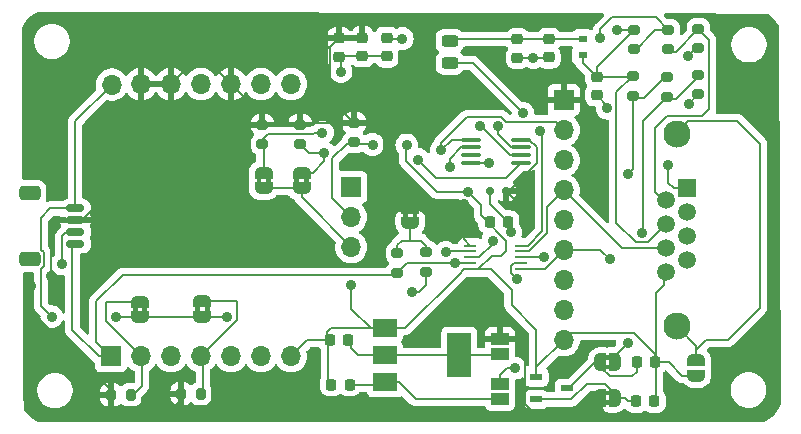
<source format=gbr>
%TF.GenerationSoftware,KiCad,Pcbnew,7.0.8-7.0.8~ubuntu22.04.1*%
%TF.CreationDate,2023-10-19T14:38:34-05:00*%
%TF.ProjectId,rm3100Remote,726d3331-3030-4526-956d-6f74652e6b69,0.0.5*%
%TF.SameCoordinates,Original*%
%TF.FileFunction,Copper,L1,Top*%
%TF.FilePolarity,Positive*%
%FSLAX46Y46*%
G04 Gerber Fmt 4.6, Leading zero omitted, Abs format (unit mm)*
G04 Created by KiCad (PCBNEW 7.0.8-7.0.8~ubuntu22.04.1) date 2023-10-19 14:38:34*
%MOMM*%
%LPD*%
G01*
G04 APERTURE LIST*
G04 Aperture macros list*
%AMRoundRect*
0 Rectangle with rounded corners*
0 $1 Rounding radius*
0 $2 $3 $4 $5 $6 $7 $8 $9 X,Y pos of 4 corners*
0 Add a 4 corners polygon primitive as box body*
4,1,4,$2,$3,$4,$5,$6,$7,$8,$9,$2,$3,0*
0 Add four circle primitives for the rounded corners*
1,1,$1+$1,$2,$3*
1,1,$1+$1,$4,$5*
1,1,$1+$1,$6,$7*
1,1,$1+$1,$8,$9*
0 Add four rect primitives between the rounded corners*
20,1,$1+$1,$2,$3,$4,$5,0*
20,1,$1+$1,$4,$5,$6,$7,0*
20,1,$1+$1,$6,$7,$8,$9,0*
20,1,$1+$1,$8,$9,$2,$3,0*%
%AMFreePoly0*
4,1,19,0.500000,-0.750000,0.000000,-0.750000,0.000000,-0.744911,-0.071157,-0.744911,-0.207708,-0.704816,-0.327430,-0.627875,-0.420627,-0.520320,-0.479746,-0.390866,-0.500000,-0.250000,-0.500000,0.250000,-0.479746,0.390866,-0.420627,0.520320,-0.327430,0.627875,-0.207708,0.704816,-0.071157,0.744911,0.000000,0.744911,0.000000,0.750000,0.500000,0.750000,0.500000,-0.750000,0.500000,-0.750000,
$1*%
%AMFreePoly1*
4,1,19,0.000000,0.744911,0.071157,0.744911,0.207708,0.704816,0.327430,0.627875,0.420627,0.520320,0.479746,0.390866,0.500000,0.250000,0.500000,-0.250000,0.479746,-0.390866,0.420627,-0.520320,0.327430,-0.627875,0.207708,-0.704816,0.071157,-0.744911,0.000000,-0.744911,0.000000,-0.750000,-0.500000,-0.750000,-0.500000,0.750000,0.000000,0.750000,0.000000,0.744911,0.000000,0.744911,
$1*%
G04 Aperture macros list end*
%TA.AperFunction,SMDPad,CuDef*%
%ADD10RoundRect,0.200000X-0.275000X0.200000X-0.275000X-0.200000X0.275000X-0.200000X0.275000X0.200000X0*%
%TD*%
%TA.AperFunction,ComponentPad*%
%ADD11R,1.700000X1.700000*%
%TD*%
%TA.AperFunction,ComponentPad*%
%ADD12O,1.700000X1.700000*%
%TD*%
%TA.AperFunction,SMDPad,CuDef*%
%ADD13RoundRect,0.150000X-0.625000X0.150000X-0.625000X-0.150000X0.625000X-0.150000X0.625000X0.150000X0*%
%TD*%
%TA.AperFunction,SMDPad,CuDef*%
%ADD14RoundRect,0.250000X-0.650000X0.350000X-0.650000X-0.350000X0.650000X-0.350000X0.650000X0.350000X0*%
%TD*%
%TA.AperFunction,SMDPad,CuDef*%
%ADD15FreePoly0,270.000000*%
%TD*%
%TA.AperFunction,SMDPad,CuDef*%
%ADD16FreePoly1,270.000000*%
%TD*%
%TA.AperFunction,SMDPad,CuDef*%
%ADD17RoundRect,0.200000X-0.200000X-0.275000X0.200000X-0.275000X0.200000X0.275000X-0.200000X0.275000X0*%
%TD*%
%TA.AperFunction,SMDPad,CuDef*%
%ADD18RoundRect,0.225000X0.225000X0.250000X-0.225000X0.250000X-0.225000X-0.250000X0.225000X-0.250000X0*%
%TD*%
%TA.AperFunction,SMDPad,CuDef*%
%ADD19RoundRect,0.225000X0.250000X-0.225000X0.250000X0.225000X-0.250000X0.225000X-0.250000X-0.225000X0*%
%TD*%
%TA.AperFunction,SMDPad,CuDef*%
%ADD20RoundRect,0.225000X-0.250000X0.225000X-0.250000X-0.225000X0.250000X-0.225000X0.250000X0.225000X0*%
%TD*%
%TA.AperFunction,SMDPad,CuDef*%
%ADD21RoundRect,0.150000X-0.150000X-0.200000X0.150000X-0.200000X0.150000X0.200000X-0.150000X0.200000X0*%
%TD*%
%TA.AperFunction,SMDPad,CuDef*%
%ADD22RoundRect,0.243750X-0.456250X0.243750X-0.456250X-0.243750X0.456250X-0.243750X0.456250X0.243750X0*%
%TD*%
%TA.AperFunction,SMDPad,CuDef*%
%ADD23R,0.800000X0.600000*%
%TD*%
%TA.AperFunction,ComponentPad*%
%ADD24R,1.500000X1.500000*%
%TD*%
%TA.AperFunction,ComponentPad*%
%ADD25C,1.500000*%
%TD*%
%TA.AperFunction,ComponentPad*%
%ADD26C,2.300000*%
%TD*%
%TA.AperFunction,SMDPad,CuDef*%
%ADD27RoundRect,0.100000X-0.712500X-0.100000X0.712500X-0.100000X0.712500X0.100000X-0.712500X0.100000X0*%
%TD*%
%TA.AperFunction,SMDPad,CuDef*%
%ADD28R,1.100000X0.250000*%
%TD*%
%TA.AperFunction,SMDPad,CuDef*%
%ADD29R,2.000000X1.500000*%
%TD*%
%TA.AperFunction,SMDPad,CuDef*%
%ADD30R,2.000000X3.800000*%
%TD*%
%TA.AperFunction,SMDPad,CuDef*%
%ADD31RoundRect,0.225000X-0.225000X-0.250000X0.225000X-0.250000X0.225000X0.250000X-0.225000X0.250000X0*%
%TD*%
%TA.AperFunction,SMDPad,CuDef*%
%ADD32R,1.050000X0.600000*%
%TD*%
%TA.AperFunction,SMDPad,CuDef*%
%ADD33R,1.500000X1.000000*%
%TD*%
%TA.AperFunction,SMDPad,CuDef*%
%ADD34FreePoly0,180.000000*%
%TD*%
%TA.AperFunction,SMDPad,CuDef*%
%ADD35FreePoly1,180.000000*%
%TD*%
%TA.AperFunction,ViaPad*%
%ADD36C,0.900000*%
%TD*%
%TA.AperFunction,Conductor*%
%ADD37C,0.200000*%
%TD*%
G04 APERTURE END LIST*
%TA.AperFunction,EtchedComponent*%
%TO.C,JP2*%
G36*
X-74126800Y60009200D02*
G01*
X-74526800Y60009200D01*
X-74526800Y60509200D01*
X-74126800Y60509200D01*
X-74126800Y60009200D01*
G37*
%TD.AperFunction*%
%TA.AperFunction,EtchedComponent*%
G36*
X-74926800Y60009200D02*
G01*
X-75326800Y60009200D01*
X-75326800Y60509200D01*
X-74926800Y60509200D01*
X-74926800Y60009200D01*
G37*
%TD.AperFunction*%
%TA.AperFunction,EtchedComponent*%
%TO.C,JP3*%
G36*
X-70918800Y60019600D02*
G01*
X-71318800Y60019600D01*
X-71318800Y60519600D01*
X-70918800Y60519600D01*
X-70918800Y60019600D01*
G37*
%TD.AperFunction*%
%TA.AperFunction,EtchedComponent*%
G36*
X-71718800Y60019600D02*
G01*
X-72118800Y60019600D01*
X-72118800Y60519600D01*
X-71718800Y60519600D01*
X-71718800Y60019600D01*
G37*
%TD.AperFunction*%
%TA.AperFunction,EtchedComponent*%
%TO.C,JP4*%
G36*
X-79308400Y49127600D02*
G01*
X-79708400Y49127600D01*
X-79708400Y49627600D01*
X-79308400Y49627600D01*
X-79308400Y49127600D01*
G37*
%TD.AperFunction*%
%TA.AperFunction,EtchedComponent*%
G36*
X-80108400Y49127600D02*
G01*
X-80508400Y49127600D01*
X-80508400Y49627600D01*
X-80108400Y49627600D01*
X-80108400Y49127600D01*
G37*
%TD.AperFunction*%
%TA.AperFunction,EtchedComponent*%
%TO.C,JP5*%
G36*
X-84591600Y49076800D02*
G01*
X-84991600Y49076800D01*
X-84991600Y49576800D01*
X-84591600Y49576800D01*
X-84591600Y49076800D01*
G37*
%TD.AperFunction*%
%TA.AperFunction,EtchedComponent*%
G36*
X-85391600Y49076800D02*
G01*
X-85791600Y49076800D01*
X-85791600Y49576800D01*
X-85391600Y49576800D01*
X-85391600Y49076800D01*
G37*
%TD.AperFunction*%
%TA.AperFunction,EtchedComponent*%
%TO.C,JP8*%
G36*
X-45368800Y44269600D02*
G01*
X-45868800Y44269600D01*
X-45868800Y44669600D01*
X-45368800Y44669600D01*
X-45368800Y44269600D01*
G37*
%TD.AperFunction*%
%TA.AperFunction,EtchedComponent*%
G36*
X-45368800Y45069600D02*
G01*
X-45868800Y45069600D01*
X-45868800Y45469600D01*
X-45368800Y45469600D01*
X-45368800Y45069600D01*
G37*
%TD.AperFunction*%
%TA.AperFunction,EtchedComponent*%
%TO.C,JP9*%
G36*
X-45368800Y41269600D02*
G01*
X-45868800Y41269600D01*
X-45868800Y41669600D01*
X-45368800Y41669600D01*
X-45368800Y41269600D01*
G37*
%TD.AperFunction*%
%TA.AperFunction,EtchedComponent*%
G36*
X-45368800Y42069600D02*
G01*
X-45868800Y42069600D01*
X-45868800Y42469600D01*
X-45368800Y42469600D01*
X-45368800Y42069600D01*
G37*
%TD.AperFunction*%
%TA.AperFunction,EtchedComponent*%
%TO.C,JP1*%
G36*
X-61718800Y57019600D02*
G01*
X-62118800Y57019600D01*
X-62118800Y57519600D01*
X-61718800Y57519600D01*
X-61718800Y57019600D01*
G37*
%TD.AperFunction*%
%TA.AperFunction,EtchedComponent*%
G36*
X-62518800Y57019600D02*
G01*
X-62918800Y57019600D01*
X-62918800Y57519600D01*
X-62518800Y57519600D01*
X-62518800Y57019600D01*
G37*
%TD.AperFunction*%
%TD*%
D10*
%TO.P,R7,1*%
%TO.N,VDDA*%
X-74828400Y64985400D03*
%TO.P,R7,2*%
%TO.N,Net-(JP2-A)*%
X-74828400Y63335400D03*
%TD*%
D11*
%TO.P,J3,1,Pin_1*%
%TO.N,unconnected-(J3-Pin_1-Pad1)*%
X-67310000Y59690000D03*
D12*
%TO.P,J3,2,Pin_2*%
%TO.N,Net-(J3-Pin_2)*%
X-67310000Y57150000D03*
%TO.P,J3,3,Pin_3*%
%TO.N,GND*%
X-67310000Y54610000D03*
%TD*%
D13*
%TO.P,J6,1,Pin_1*%
%TO.N,GND*%
X-90659200Y57888000D03*
%TO.P,J6,2,Pin_2*%
%TO.N,VDDA*%
X-90659200Y56888000D03*
%TO.P,J6,3,Pin_3*%
%TO.N,SDA*%
X-90659200Y55888000D03*
%TO.P,J6,4,Pin_4*%
%TO.N,SCL*%
X-90659200Y54888000D03*
D14*
%TO.P,J6,MP*%
%TO.N,N/C*%
X-94534200Y59188000D03*
X-94534200Y53588000D03*
%TD*%
D10*
%TO.P,R10,1*%
%TO.N,Net-(JP1-B)*%
X-60960000Y54165000D03*
%TO.P,R10,2*%
%TO.N,SDA*%
X-60960000Y52515000D03*
%TD*%
%TO.P,R11,1*%
%TO.N,Net-(JP1-B)*%
X-63398400Y54114200D03*
%TO.P,R11,2*%
%TO.N,SCL*%
X-63398400Y52464200D03*
%TD*%
D15*
%TO.P,JP2,1,A*%
%TO.N,Net-(JP2-A)*%
X-74726800Y60909200D03*
D16*
%TO.P,JP2,2,B*%
%TO.N,GND*%
X-74726800Y59609200D03*
%TD*%
D15*
%TO.P,JP3,1,A*%
%TO.N,Net-(JP3-A)*%
X-71518800Y60919600D03*
D16*
%TO.P,JP3,2,B*%
%TO.N,GND*%
X-71518800Y59619600D03*
%TD*%
D15*
%TO.P,JP4,1,A*%
%TO.N,Net-(JP4-A)*%
X-79908400Y50027600D03*
D16*
%TO.P,JP4,2,B*%
%TO.N,GND*%
X-79908400Y48727600D03*
%TD*%
D15*
%TO.P,JP5,1,A*%
%TO.N,Net-(JP5-A)*%
X-85191600Y49976800D03*
D16*
%TO.P,JP5,2,B*%
%TO.N,GND*%
X-85191600Y48676800D03*
%TD*%
D10*
%TO.P,R8,1*%
%TO.N,VDDA*%
X-67056000Y65137800D03*
%TO.P,R8,2*%
%TO.N,Net-(J3-Pin_2)*%
X-67056000Y63487800D03*
%TD*%
%TO.P,R9,1*%
%TO.N,VDDA*%
X-71628000Y64985400D03*
%TO.P,R9,2*%
%TO.N,Net-(JP3-A)*%
X-71628000Y63335400D03*
%TD*%
D17*
%TO.P,R12,1*%
%TO.N,VDDA*%
X-81707600Y42214800D03*
%TO.P,R12,2*%
%TO.N,Net-(JP4-A)*%
X-80057600Y42214800D03*
%TD*%
%TO.P,R13,1*%
%TO.N,VDDA*%
X-87642200Y42113200D03*
%TO.P,R13,2*%
%TO.N,Net-(JP5-A)*%
X-85992200Y42113200D03*
%TD*%
D18*
%TO.P,C1,1*%
%TO.N,Net-(D1-A)*%
X-54038200Y56743600D03*
%TO.P,C1,2*%
%TO.N,GND*%
X-55588200Y56743600D03*
%TD*%
D19*
%TO.P,C2,1*%
%TO.N,GND*%
X-50568800Y70694600D03*
%TO.P,C2,2*%
%TO.N,Net-(C2-Pad2)*%
X-50568800Y72244600D03*
%TD*%
%TO.P,C3,1*%
%TO.N,GND*%
X-53238800Y70664600D03*
%TO.P,C3,2*%
%TO.N,Net-(C2-Pad2)*%
X-53238800Y72214600D03*
%TD*%
D20*
%TO.P,C4,1*%
%TO.N,VDDA*%
X-68326000Y72301400D03*
%TO.P,C4,2*%
%TO.N,GND*%
X-68326000Y70751400D03*
%TD*%
%TO.P,C5,1*%
%TO.N,VDDA*%
X-66359950Y72351400D03*
%TO.P,C5,2*%
%TO.N,GND*%
X-66359950Y70801400D03*
%TD*%
%TO.P,C6,1*%
%TO.N,VDDB*%
X-64298800Y72324600D03*
%TO.P,C6,2*%
%TO.N,GND*%
X-64298800Y70774600D03*
%TD*%
%TO.P,C7,1*%
%TO.N,VDDB*%
X-46532800Y69050200D03*
%TO.P,C7,2*%
%TO.N,GND*%
X-46532800Y67500200D03*
%TD*%
D21*
%TO.P,D1,1,K*%
%TO.N,VDDA*%
X-54188800Y59369600D03*
%TO.P,D1,2,A*%
%TO.N,Net-(D1-A)*%
X-55588800Y59369600D03*
%TD*%
D22*
%TO.P,F1,1*%
%TO.N,Net-(C2-Pad2)*%
X-58958800Y72077100D03*
%TO.P,F1,2*%
%TO.N,Net-(U2-VDDB)*%
X-58958800Y70202100D03*
%TD*%
D23*
%TO.P,FB1,1*%
%TO.N,VDDB*%
X-47728800Y70859600D03*
%TO.P,FB1,2*%
%TO.N,Net-(C2-Pad2)*%
X-47728800Y72259600D03*
%TD*%
D24*
%TO.P,J1,1*%
%TO.N,DSCL+*%
X-38865200Y59588400D03*
D25*
%TO.P,J1,2*%
%TO.N,DSCL-*%
X-40645200Y58572400D03*
%TO.P,J1,3*%
%TO.N,DSDA+*%
X-38865200Y57556400D03*
%TO.P,J1,4*%
%TO.N,VDDB*%
X-40645200Y56540400D03*
%TO.P,J1,5*%
X-38865200Y55524400D03*
%TO.P,J1,6*%
%TO.N,DSDA-*%
X-40645200Y54508400D03*
%TO.P,J1,7*%
%TO.N,GND*%
X-38865200Y53492400D03*
%TO.P,J1,8*%
X-40645200Y52476400D03*
D26*
%TO.P,J1,SH*%
%TO.N,Net-(JP10-A)*%
X-39755200Y64158400D03*
X-39755200Y47898400D03*
%TD*%
D10*
%TO.P,R1,1*%
%TO.N,VDDB*%
X-43401600Y73011800D03*
%TO.P,R1,2*%
%TO.N,DSCL+*%
X-43401600Y71361800D03*
%TD*%
%TO.P,R2,1*%
%TO.N,DSCL+*%
X-40487600Y73011800D03*
%TO.P,R2,2*%
%TO.N,DSCL-*%
X-40487600Y71361800D03*
%TD*%
%TO.P,R3,1*%
%TO.N,DSCL-*%
X-37918800Y73094600D03*
%TO.P,R3,2*%
%TO.N,GND*%
X-37918800Y71444600D03*
%TD*%
%TO.P,R4,1*%
%TO.N,VDDB*%
X-43484800Y69100200D03*
%TO.P,R4,2*%
%TO.N,DSDA+*%
X-43484800Y67450200D03*
%TD*%
%TO.P,R5,1*%
%TO.N,DSDA+*%
X-40589200Y68989600D03*
%TO.P,R5,2*%
%TO.N,DSDA-*%
X-40589200Y67339600D03*
%TD*%
%TO.P,R6,1*%
%TO.N,DSDA-*%
X-37918800Y69194600D03*
%TO.P,R6,2*%
%TO.N,GND*%
X-37918800Y67544600D03*
%TD*%
D27*
%TO.P,U1,1,SDA*%
%TO.N,SDA*%
X-57179700Y63713000D03*
%TO.P,U1,2,SCL*%
%TO.N,SCL*%
X-57179700Y63063000D03*
%TO.P,U1,3,Alert*%
%TO.N,unconnected-(U1-Alert-Pad3)*%
X-57179700Y62413000D03*
%TO.P,U1,4,GND*%
%TO.N,GND*%
X-57179700Y61763000D03*
%TO.P,U1,5,A2*%
%TO.N,Net-(JP3-A)*%
X-52954700Y61763000D03*
%TO.P,U1,6,A1*%
%TO.N,Net-(JP2-A)*%
X-52954700Y62413000D03*
%TO.P,U1,7,A0*%
%TO.N,Net-(J3-Pin_2)*%
X-52954700Y63063000D03*
%TO.P,U1,8,VDD*%
%TO.N,VDDA*%
X-52954700Y63713000D03*
%TD*%
D28*
%TO.P,U2,1,VDDA*%
%TO.N,VDDA*%
X-57217200Y54746400D03*
%TO.P,U2,2,SDA*%
%TO.N,SDA*%
X-57217200Y54246400D03*
%TO.P,U2,3,EN*%
%TO.N,Net-(D1-A)*%
X-57217200Y53746400D03*
%TO.P,U2,4,SCL*%
%TO.N,SCL*%
X-57217200Y53246400D03*
%TO.P,U2,5,GND*%
%TO.N,GND*%
X-57217200Y52746400D03*
%TO.P,U2,6,DSCL-*%
%TO.N,DSCL-*%
X-52917200Y52746400D03*
%TO.P,U2,7,DSCL+*%
%TO.N,DSCL+*%
X-52917200Y53246400D03*
%TO.P,U2,8,DSDA+*%
%TO.N,DSDA+*%
X-52917200Y53746400D03*
%TO.P,U2,9,DSDA-*%
%TO.N,DSDA-*%
X-52917200Y54246400D03*
%TO.P,U2,10,VDDB*%
%TO.N,Net-(U2-VDDB)*%
X-52917200Y54746400D03*
%TD*%
D29*
%TO.P,U4,1,GND*%
%TO.N,GND*%
X-64465600Y47766000D03*
%TO.P,U4,2,VO*%
%TO.N,Net-(JP7-A)*%
X-64465600Y45466000D03*
D30*
X-58165600Y45466000D03*
D29*
%TO.P,U4,3,VI*%
%TO.N,Net-(JP6-B)*%
X-64465600Y43166000D03*
%TD*%
D18*
%TO.P,C9,1*%
%TO.N,Net-(JP7-A)*%
X-67560000Y46736000D03*
%TO.P,C9,2*%
%TO.N,GND*%
X-69110000Y46736000D03*
%TD*%
%TO.P,C8,1*%
%TO.N,Net-(JP6-B)*%
X-67449400Y42976800D03*
%TO.P,C8,2*%
%TO.N,GND*%
X-68999400Y42976800D03*
%TD*%
D31*
%TO.P,C10,1*%
%TO.N,Net-(JP8-B)*%
X-43142200Y44856400D03*
%TO.P,C10,2*%
%TO.N,GND*%
X-41592200Y44856400D03*
%TD*%
%TO.P,C11,1*%
%TO.N,Net-(JP9-A)*%
X-43193800Y41569600D03*
%TO.P,C11,2*%
%TO.N,GND*%
X-41643800Y41569600D03*
%TD*%
D32*
%TO.P,U5,1,GND*%
%TO.N,GND*%
X-51642800Y43622000D03*
%TO.P,U5,2,VOUT*%
%TO.N,Net-(JP9-A)*%
X-51642800Y41722000D03*
%TO.P,U5,3,VIN*%
%TO.N,Net-(JP8-B)*%
X-49042800Y42672000D03*
%TD*%
D11*
%TO.P,U3,1,SCL/SCK*%
%TO.N,SCL*%
X-87658800Y45373200D03*
D12*
%TO.P,U3,2,SA1/S0*%
%TO.N,Net-(JP5-A)*%
X-85118800Y45373200D03*
%TO.P,U3,3,SDA/SI*%
%TO.N,SDA*%
X-82578800Y45373200D03*
%TO.P,U3,4,SA0/SSN*%
%TO.N,Net-(JP4-A)*%
X-80038800Y45373200D03*
%TO.P,U3,5,DRDY*%
%TO.N,unconnected-(U3-DRDY-Pad5)*%
X-77498800Y45373200D03*
%TO.P,U3,6,NC*%
%TO.N,unconnected-(U3-NC-Pad6)*%
X-74958800Y45373200D03*
%TO.P,U3,7,AVSS*%
%TO.N,GND*%
X-72418800Y45373200D03*
%TO.P,U3,8,NC*%
%TO.N,unconnected-(U3-NC-Pad8)*%
X-72418800Y68423200D03*
%TO.P,U3,9,NC*%
%TO.N,unconnected-(U3-NC-Pad9)*%
X-74958800Y68423200D03*
%TO.P,U3,10,I2C_EN*%
%TO.N,VDDA*%
X-77498800Y68423200D03*
%TO.P,U3,11,NC*%
%TO.N,unconnected-(U3-NC-Pad11)*%
X-80038800Y68423200D03*
%TO.P,U3,12,DVDD*%
%TO.N,VDDA*%
X-82578800Y68423200D03*
%TO.P,U3,13,AVDD*%
X-85118800Y68423200D03*
%TO.P,U3,14,DVSS*%
%TO.N,GND*%
X-87579200Y68382000D03*
%TD*%
D11*
%TO.P,J4,1,Pin_1*%
%TO.N,VDDA*%
X-49318800Y67069600D03*
D12*
%TO.P,J4,2,Pin_2*%
%TO.N,SDA*%
X-49318800Y64529600D03*
%TO.P,J4,3,Pin_3*%
%TO.N,SCL*%
X-49318800Y61989600D03*
%TO.P,J4,4,Pin_4*%
%TO.N,DSDA-*%
X-49318800Y59449600D03*
%TO.P,J4,5,Pin_5*%
%TO.N,DSDA+*%
X-49318800Y56909600D03*
%TO.P,J4,6,Pin_6*%
%TO.N,DSCL-*%
X-49318800Y54369600D03*
%TO.P,J4,7,Pin_7*%
%TO.N,DSCL+*%
X-49318800Y51829600D03*
%TO.P,J4,8,Pin_8*%
%TO.N,VDDB*%
X-49318800Y49289600D03*
%TO.P,J4,9,Pin_9*%
%TO.N,GND*%
X-49318800Y46749600D03*
%TD*%
D33*
%TO.P,JP6,1,A*%
%TO.N,VDDB*%
X-54711600Y43068000D03*
%TO.P,JP6,2,B*%
%TO.N,Net-(JP6-B)*%
X-54711600Y41768000D03*
%TD*%
%TO.P,JP7,1,A*%
%TO.N,Net-(JP7-A)*%
X-54711600Y45527200D03*
%TO.P,JP7,2,B*%
%TO.N,VDDA*%
X-54711600Y46827200D03*
%TD*%
D34*
%TO.P,JP8,1,A*%
%TO.N,VDDB*%
X-44968800Y44869600D03*
D35*
%TO.P,JP8,2,B*%
%TO.N,Net-(JP8-B)*%
X-46268800Y44869600D03*
%TD*%
D34*
%TO.P,JP9,1,A*%
%TO.N,Net-(JP9-A)*%
X-44968800Y41869600D03*
D35*
%TO.P,JP9,2,B*%
%TO.N,VDDA*%
X-46268800Y41869600D03*
%TD*%
D15*
%TO.P,JP10,1,A*%
%TO.N,Net-(JP10-A)*%
X-38100000Y45019600D03*
D16*
%TO.P,JP10,2,B*%
%TO.N,GND*%
X-38100000Y43719600D03*
%TD*%
D15*
%TO.P,JP1,1,A*%
%TO.N,VDDA*%
X-62318800Y57919600D03*
D16*
%TO.P,JP1,2,B*%
%TO.N,Net-(JP1-B)*%
X-62318800Y56619600D03*
%TD*%
D36*
%TO.N,GND*%
X-38718800Y66769600D03*
X-38818800Y70769600D03*
X-68178800Y69449600D03*
X-62618800Y63269600D03*
X-77825600Y48666400D03*
X-45618800Y66369600D03*
X-67310000Y51448400D03*
X-57418800Y59269600D03*
X-87223600Y48666400D03*
X-92659200Y48717200D03*
X-55618800Y61769600D03*
X-51908800Y70669600D03*
%TO.N,Net-(D1-A)*%
X-55321200Y55168800D03*
X-53797200Y55880000D03*
%TO.N,Net-(U2-VDDB)*%
X-52768800Y65969100D03*
X-51318800Y64470100D03*
%TO.N,DSDA-*%
X-42672627Y55772927D03*
%TO.N,DSCL-*%
X-45418800Y53569600D03*
%TO.N,DSDA+*%
X-50998777Y53749577D03*
X-43864899Y60819600D03*
%TO.N,DSCL+*%
X-53261473Y51926927D03*
X-46228000Y72288400D03*
X-40487600Y61569600D03*
%TO.N,SCL*%
X-58940500Y61369600D03*
X-58518800Y53246400D03*
%TO.N,SDA*%
X-59304351Y54169600D03*
X-59690000Y62839600D03*
X-62179200Y50850800D03*
X-91795598Y53187600D03*
%TO.N,Net-(J3-Pin_2)*%
X-54897132Y64858188D03*
X-65501623Y63304891D03*
%TO.N,VDDB*%
X-62988800Y72274600D03*
X-44818800Y73029600D03*
X-43918800Y46469600D03*
X-53418800Y44369600D03*
%TO.N,VDDA*%
X-94386400Y51358800D03*
X-57805731Y58240430D03*
X-52818800Y58269600D03*
X-92710000Y52171600D03*
%TO.N,Net-(JP2-A)*%
X-69748400Y64312806D03*
X-56438800Y64878647D03*
%TO.N,Net-(JP3-A)*%
X-61620400Y62026800D03*
X-69576360Y62560429D03*
%TD*%
D37*
%TO.N,GND*%
X-37943800Y67544600D02*
X-38718800Y66769600D01*
X-56540400Y52730400D02*
X-57217200Y52746400D01*
X-41518800Y50742140D02*
X-41518800Y41694600D01*
X-53238800Y70664600D02*
X-51913800Y70664600D01*
X-57418800Y59269600D02*
X-60015200Y59269600D01*
X-40845200Y51415740D02*
X-41518800Y50742140D01*
X-72418800Y45373200D02*
X-71056000Y46736000D01*
X-90659200Y57888000D02*
X-92784800Y57888000D01*
X-60015200Y59269600D02*
X-62633900Y61888300D01*
X-64465600Y47766000D02*
X-62730143Y47766000D01*
X-87223600Y48666400D02*
X-85202000Y48666400D01*
X-56338200Y58189000D02*
X-56338200Y57295802D01*
X-55479600Y52730400D02*
X-53733400Y50984200D01*
X-57750070Y52746400D02*
X-57217200Y52746400D01*
X-68178800Y69449600D02*
X-68178800Y70769600D01*
X-69360000Y47436000D02*
X-69030000Y47766000D01*
X-51642800Y44425600D02*
X-51642800Y43622000D01*
X-69249400Y42976800D02*
X-69249400Y46625400D01*
X-38143800Y71444600D02*
X-38818800Y70769600D01*
X-67310000Y51448400D02*
X-67310000Y49410400D01*
X-77886800Y48727600D02*
X-77825600Y48666400D01*
X-68178800Y70769600D02*
X-66391750Y70769600D01*
X-90678000Y65283200D02*
X-90678000Y57906800D01*
X-87579200Y68382000D02*
X-90678000Y65283200D01*
X-66446350Y70801400D02*
X-64325600Y70801400D01*
X-51642800Y47591800D02*
X-51642800Y43622000D01*
X-38100000Y43698400D02*
X-39278800Y43698400D01*
X-41592200Y45543000D02*
X-41592200Y44856400D01*
X-43397368Y47348168D02*
X-41592200Y45543000D01*
X-58208139Y52288004D02*
X-58208139Y52288331D01*
X-67310000Y54610000D02*
X-71518800Y58818800D01*
X-57418800Y59269600D02*
X-56338200Y58189000D01*
X-54215599Y54300799D02*
X-54656399Y53859999D01*
X-39278800Y43698400D02*
X-40436800Y44856400D01*
X-45618800Y66586200D02*
X-46532800Y67500200D01*
X-54215599Y55173201D02*
X-54215599Y54300799D01*
X-79908400Y48727600D02*
X-77886800Y48727600D01*
X-93561601Y57111199D02*
X-93561601Y54393469D01*
X-65665600Y47766000D02*
X-64465600Y47766000D01*
X-45618800Y66369600D02*
X-45618800Y66586200D01*
X-56338200Y57295802D02*
X-54215599Y55173201D01*
X-93334190Y53009942D02*
X-93561601Y52782531D01*
X-49318800Y46749600D02*
X-48720232Y47348168D01*
X-71056000Y46736000D02*
X-69360000Y46736000D01*
X-69030000Y47766000D02*
X-65665600Y47766000D01*
X-62633900Y61888300D02*
X-62633900Y63254500D01*
X-55410801Y53859999D02*
X-56540400Y52730400D01*
X-74726800Y59609200D02*
X-71529200Y59609200D01*
X-69360000Y46736000D02*
X-69360000Y47436000D01*
X-49318800Y46749600D02*
X-51642800Y44425600D01*
X-62730143Y47766000D02*
X-58208139Y52288004D01*
X-67310000Y49410400D02*
X-65665600Y47766000D01*
X-93561601Y49619601D02*
X-92659200Y48717200D01*
X-93561601Y54393469D02*
X-93334190Y54166058D01*
X-57179700Y61763000D02*
X-55725400Y61763000D01*
X-55725400Y61763000D02*
X-55718800Y61769600D01*
X-58208139Y52288331D02*
X-57750070Y52746400D01*
X-71518800Y58818800D02*
X-71518800Y59619600D01*
X-85191600Y48676800D02*
X-79959200Y48676800D01*
X-53733400Y49682400D02*
X-51642800Y47591800D01*
X-92784800Y57888000D02*
X-93561601Y57111199D01*
X-48720232Y47348168D02*
X-43397368Y47348168D01*
X-56540400Y52730400D02*
X-55479600Y52730400D01*
X-93334190Y54166058D02*
X-93334190Y53009942D01*
X-51908800Y70669600D02*
X-51903800Y70664600D01*
X-51913800Y70664600D02*
X-51908800Y70669600D01*
X-40436800Y44856400D02*
X-41592200Y44856400D01*
X-51903800Y70664600D02*
X-50598800Y70664600D01*
X-40845200Y52476400D02*
X-40845200Y51415740D01*
X-62633900Y63254500D02*
X-62618800Y63269600D01*
X-93561601Y52782531D02*
X-93561601Y49619601D01*
X-54656399Y53859999D02*
X-55410801Y53859999D01*
X-53733400Y50984200D02*
X-53733400Y49682400D01*
%TO.N,Net-(D1-A)*%
X-55321200Y54892400D02*
X-55321200Y55168800D01*
X-55588800Y58294200D02*
X-54038200Y56743600D01*
X-55588800Y59369600D02*
X-55588800Y58294200D01*
X-56467200Y53746400D02*
X-55321200Y54892400D01*
X-53788200Y56743600D02*
X-53788200Y55889000D01*
X-53788200Y55889000D02*
X-53797200Y55880000D01*
X-57217200Y53746400D02*
X-56467200Y53746400D01*
%TO.N,Net-(U2-VDDB)*%
X-52768800Y65969100D02*
X-57001800Y70202100D01*
X-51318800Y64470100D02*
X-51118800Y64270100D01*
X-52383622Y54746400D02*
X-52917200Y54746400D01*
X-57001800Y70202100D02*
X-58958800Y70202100D01*
X-51118800Y64270100D02*
X-51118800Y56011222D01*
X-51118800Y56011222D02*
X-52383622Y54746400D01*
%TO.N,DSDA-*%
X-42618800Y55826754D02*
X-42618800Y65310000D01*
X-50718800Y58049600D02*
X-49318800Y59449600D01*
X-49318800Y59449600D02*
X-44377600Y54508400D01*
X-42618800Y65310000D02*
X-40589200Y67339600D01*
X-50718800Y55845536D02*
X-50718800Y58049600D01*
X-42672627Y55772927D02*
X-42618800Y55826754D01*
X-44377600Y54508400D02*
X-40845200Y54508400D01*
X-52319287Y54246400D02*
X-52244287Y54321400D01*
X-52917200Y54246400D02*
X-52319287Y54246400D01*
X-40589200Y67139600D02*
X-39803400Y67139600D01*
X-39803400Y67139600D02*
X-37592000Y69351000D01*
X-52244287Y54321400D02*
X-52242936Y54321400D01*
X-52242936Y54321400D02*
X-50718800Y55845536D01*
%TO.N,DSCL-*%
X-50918800Y52769600D02*
X-52894000Y52769600D01*
X-37018800Y66321366D02*
X-37631757Y65708409D01*
X-41595199Y64664403D02*
X-41595199Y59322399D01*
X-40551193Y65708409D02*
X-41595199Y64664403D01*
X-37018800Y72194600D02*
X-37018800Y66321366D01*
X-39851600Y71161800D02*
X-37918800Y73094600D01*
X-45418800Y53569600D02*
X-46218800Y54369600D01*
X-49318800Y54369600D02*
X-50918800Y52769600D01*
X-41595199Y59322399D02*
X-40845200Y58572400D01*
X-46218800Y54369600D02*
X-49318800Y54369600D01*
X-37918800Y73094600D02*
X-37018800Y72194600D01*
X-37631757Y65708409D02*
X-40551193Y65708409D01*
X-40487600Y71161800D02*
X-39851600Y71161800D01*
%TO.N,DSDA+*%
X-52249073Y53749577D02*
X-52252250Y53746400D01*
X-52252250Y53746400D02*
X-52917200Y53746400D01*
X-43484800Y67250200D02*
X-42528600Y67250200D01*
X-43484800Y61199699D02*
X-43484800Y67450200D01*
X-43864899Y60819600D02*
X-43484800Y61199699D01*
X-42528600Y67250200D02*
X-40589200Y69189600D01*
X-50998777Y53749577D02*
X-52249073Y53749577D01*
%TO.N,DSCL+*%
X-38865200Y59588400D02*
X-40015200Y59588400D01*
X-53261473Y51926927D02*
X-53767200Y52432654D01*
X-53516464Y53246400D02*
X-52917200Y53246400D01*
X-40015200Y59588400D02*
X-40487600Y60060800D01*
X-45218800Y74069600D02*
X-41545400Y74069600D01*
X-53767200Y52995664D02*
X-53516464Y53246400D01*
X-40487600Y60060800D02*
X-40487600Y61569600D01*
X-40487600Y73011800D02*
X-41551600Y73011800D01*
X-46228000Y72288400D02*
X-46228000Y73060400D01*
X-41545400Y74069600D02*
X-40487600Y73011800D01*
X-41551600Y73011800D02*
X-43401600Y71161800D01*
X-46228000Y73060400D02*
X-45218800Y74069600D01*
X-53767200Y52432654D02*
X-53767200Y52995664D01*
%TO.N,Net-(JP6-B)*%
X-61867600Y41768000D02*
X-54711600Y41768000D01*
X-64465600Y43166000D02*
X-63265600Y43166000D01*
X-63265600Y43166000D02*
X-61867600Y41768000D01*
X-67199400Y42976800D02*
X-64654800Y42976800D01*
%TO.N,Net-(JP7-A)*%
X-58165600Y45466000D02*
X-54772800Y45466000D01*
X-66740000Y45466000D02*
X-64465600Y45466000D01*
X-67310000Y46036000D02*
X-66740000Y45466000D01*
X-67310000Y46736000D02*
X-67310000Y46036000D01*
X-64465600Y45466000D02*
X-58165600Y45466000D01*
%TO.N,Net-(JP8-B)*%
X-46268800Y44495336D02*
X-45443064Y43669600D01*
X-43518800Y43669600D02*
X-43142200Y44046200D01*
X-45443064Y43669600D02*
X-43518800Y43669600D01*
X-46668800Y44869600D02*
X-48866400Y42672000D01*
X-43142200Y44046200D02*
X-43142200Y44856400D01*
%TO.N,SCL*%
X-58518800Y53246400D02*
X-57217200Y53246400D01*
X-88900000Y46614400D02*
X-88900000Y50038000D01*
X-63398400Y52464200D02*
X-62616200Y53246400D01*
X-58940500Y61369600D02*
X-58940500Y62114700D01*
X-62616200Y53246400D02*
X-58518800Y53246400D01*
X-86673800Y52264200D02*
X-63398400Y52264200D01*
X-90659200Y54888000D02*
X-90913200Y54634000D01*
X-87658800Y45373200D02*
X-88900000Y46614400D01*
X-57992200Y63063000D02*
X-57179700Y63063000D01*
X-90913200Y47577600D02*
X-88708800Y45373200D01*
X-90913200Y54634000D02*
X-90913200Y47577600D01*
X-58940500Y62114700D02*
X-57992200Y63063000D01*
X-88900000Y50038000D02*
X-86673800Y52264200D01*
X-88708800Y45373200D02*
X-87658800Y45373200D01*
%TO.N,SDA*%
X-50008800Y65219600D02*
X-54197883Y65219600D01*
X-59718800Y62868400D02*
X-59690000Y62839600D01*
X-58816600Y63713000D02*
X-59690000Y62839600D01*
X-59227551Y54246400D02*
X-57217200Y54246400D01*
X-61542804Y50850800D02*
X-60960000Y51433604D01*
X-60960000Y51433604D02*
X-60960000Y52315000D01*
X-57529753Y65628647D02*
X-59718800Y63439600D01*
X-62179200Y50850800D02*
X-61542804Y50850800D01*
X-54606930Y65628647D02*
X-57529753Y65628647D01*
X-54197883Y65219600D02*
X-54606930Y65628647D01*
X-91434200Y55888000D02*
X-91795598Y55526602D01*
X-57179700Y63713000D02*
X-58816600Y63713000D01*
X-90659200Y55888000D02*
X-91434200Y55888000D01*
X-91795598Y55526602D02*
X-91795598Y53187600D01*
X-49318800Y64529600D02*
X-50008800Y65219600D01*
X-59718800Y63439600D02*
X-59718800Y62868400D01*
X-59304351Y54169600D02*
X-59227551Y54246400D01*
%TO.N,Net-(JP9-A)*%
X-45794536Y43069600D02*
X-44968800Y42243864D01*
X-47318800Y43069600D02*
X-45794536Y43069600D01*
X-51642800Y41722000D02*
X-48666400Y41722000D01*
X-44118800Y41869600D02*
X-43854400Y41605200D01*
X-44968800Y41869600D02*
X-44118800Y41869600D01*
X-43854400Y41605200D02*
X-43248800Y41605200D01*
X-48666400Y41722000D02*
X-47318800Y43069600D01*
%TO.N,Net-(JP10-A)*%
X-32715200Y63366000D02*
X-32715200Y49473200D01*
X-39755200Y47898400D02*
X-38100000Y46243200D01*
X-38100000Y45928400D02*
X-38100000Y44998400D01*
X-34657599Y65308399D02*
X-32715200Y63366000D01*
X-32715200Y49473200D02*
X-35439999Y46748401D01*
X-38805201Y65308399D02*
X-34657599Y65308399D01*
X-35439999Y46748401D02*
X-37279999Y46748401D01*
X-38100000Y46243200D02*
X-38100000Y45019600D01*
X-37279999Y46748401D02*
X-38100000Y45928400D01*
X-39955200Y64158400D02*
X-38805201Y65308399D01*
%TO.N,Net-(J3-Pin_2)*%
X-68918800Y58758800D02*
X-68918800Y62125000D01*
X-68918800Y62125000D02*
X-67674200Y63369600D01*
X-52954700Y63063000D02*
X-53767200Y63063000D01*
X-65566332Y63369600D02*
X-65501623Y63304891D01*
X-53767200Y63063000D02*
X-54897132Y64192932D01*
X-67310000Y57150000D02*
X-68918800Y58758800D01*
X-54897132Y64192932D02*
X-54897132Y64858188D01*
X-67674200Y63369600D02*
X-65566332Y63369600D01*
%TO.N,VDDB*%
X-43484800Y69100200D02*
X-44868800Y67716200D01*
X-54711600Y43768000D02*
X-54711600Y43068000D01*
X-46532800Y69880600D02*
X-46532800Y69050200D01*
X-42176000Y55009600D02*
X-40645200Y56540400D01*
X-53418800Y44369600D02*
X-54110000Y44369600D01*
X-44351000Y73011800D02*
X-43401600Y73011800D01*
X-47728800Y70859600D02*
X-47728800Y70246200D01*
X-54110000Y44369600D02*
X-54711600Y43768000D01*
X-43918800Y46469600D02*
X-44968800Y45419600D01*
X-44818800Y73029600D02*
X-44368800Y73029600D01*
X-46532800Y69050200D02*
X-43534800Y69050200D01*
X-44868800Y67716200D02*
X-44868800Y56659600D01*
X-62988800Y72274600D02*
X-64248800Y72274600D01*
X-44368800Y73029600D02*
X-44351000Y73011800D01*
X-43401600Y73011800D02*
X-46532800Y69880600D01*
X-44868800Y56659600D02*
X-43218800Y55009600D01*
X-43218800Y55009600D02*
X-42176000Y55009600D01*
X-47728800Y70246200D02*
X-46532800Y69050200D01*
%TO.N,VDDA*%
X-53969912Y59369600D02*
X-51618800Y61720712D01*
X-74828400Y64985400D02*
X-74828400Y65752800D01*
X-87842200Y41413200D02*
X-87842200Y42693000D01*
X-69101000Y67182800D02*
X-69101000Y71526400D01*
X-52226512Y63713000D02*
X-52954700Y63713000D01*
X-85118800Y61856600D02*
X-85118800Y68423200D01*
X-87542190Y41113190D02*
X-87842200Y41413200D01*
X-53088800Y58269600D02*
X-54188800Y59369600D01*
X-62318800Y57919600D02*
X-64518800Y60119600D01*
X-77498800Y68423200D02*
X-79045200Y69969600D01*
X-92565600Y56888000D02*
X-92710000Y56743600D01*
X-59647970Y58240430D02*
X-60018800Y57869600D01*
X-60018800Y57869600D02*
X-62268800Y57869600D01*
X-64518800Y64169600D02*
X-65487000Y65137800D01*
X-94386400Y49237200D02*
X-94386400Y51358800D01*
X-82309210Y41113190D02*
X-87542190Y41113190D01*
X-54188800Y59369600D02*
X-53969912Y59369600D01*
X-57805731Y58240430D02*
X-59647970Y58240430D01*
X-51618800Y63105288D02*
X-52226512Y63713000D01*
X-65487000Y65137800D02*
X-67056000Y65137800D01*
X-57805731Y55334931D02*
X-57217200Y54746400D01*
X-74828400Y65752800D02*
X-77498800Y68423200D01*
X-79045200Y69969600D02*
X-81032400Y69969600D01*
X-82632400Y68369600D02*
X-85065200Y68369600D01*
X-69101000Y71526400D02*
X-68326000Y72301400D01*
X-81907600Y42214800D02*
X-81907600Y41514800D01*
X-64518800Y60119600D02*
X-64518800Y64169600D01*
X-52618800Y46447115D02*
X-52998885Y46827200D01*
X-52818800Y58269600D02*
X-53088800Y58269600D01*
X-52618800Y41369600D02*
X-52618800Y46447115D01*
X-90087400Y56888000D02*
X-85118800Y61856600D01*
X-92710000Y56743600D02*
X-92710000Y52171600D01*
X-52998885Y46827200D02*
X-54711600Y46827200D01*
X-51618800Y61720712D02*
X-51618800Y63105288D01*
X-67056000Y65137800D02*
X-69101000Y67182800D01*
X-81032400Y69969600D02*
X-82578800Y68423200D01*
X-46268800Y41869600D02*
X-47318800Y40819600D01*
X-90659200Y56888000D02*
X-92565600Y56888000D01*
X-74676000Y65137800D02*
X-67056000Y65137800D01*
X-52068800Y40819600D02*
X-52618800Y41369600D01*
X-57805731Y58240430D02*
X-57805731Y55334931D01*
X-87842200Y42693000D02*
X-94386400Y49237200D01*
X-81907600Y41514800D02*
X-82309210Y41113190D01*
X-68326000Y72301400D02*
X-66409950Y72301400D01*
X-47318800Y40819600D02*
X-52068800Y40819600D01*
%TO.N,Net-(JP1-B)*%
X-63018800Y55169600D02*
X-61418800Y55169600D01*
X-63018800Y55169600D02*
X-63418800Y54769600D01*
X-60960000Y54710800D02*
X-60960000Y54365000D01*
X-61418800Y55169600D02*
X-60960000Y54710800D01*
X-63418800Y54769600D02*
X-63418800Y54334600D01*
X-62318800Y56619600D02*
X-62318800Y55169600D01*
%TO.N,Net-(JP2-A)*%
X-74369200Y64169600D02*
X-70528002Y64169600D01*
X-74828400Y63710400D02*
X-74369200Y64169600D01*
X-74726800Y60909200D02*
X-74726800Y63033800D01*
X-70384796Y64312806D02*
X-69748400Y64312806D01*
X-53886198Y62413000D02*
X-56351845Y64878647D01*
X-56351845Y64878647D02*
X-56438800Y64878647D01*
X-74828400Y63135400D02*
X-74828400Y63710400D01*
X-52954700Y62413000D02*
X-53886198Y62413000D01*
X-70528002Y64169600D02*
X-70384796Y64312806D01*
%TO.N,Net-(JP3-A)*%
X-70853029Y62560429D02*
X-69576360Y62560429D01*
X-52954700Y61763000D02*
X-54208314Y60509386D01*
X-69576360Y61912040D02*
X-69576360Y62560429D01*
X-54208314Y60509386D02*
X-60102986Y60509386D01*
X-71518800Y60919600D02*
X-70568800Y60919600D01*
X-70568800Y60919600D02*
X-69576360Y61912040D01*
X-71628000Y63335400D02*
X-70853029Y62560429D01*
X-60102986Y60509386D02*
X-61620400Y62026800D01*
%TO.N,Net-(JP4-A)*%
X-79908400Y50027600D02*
X-76962000Y50027600D01*
X-79857600Y42214800D02*
X-79857600Y45192000D01*
X-76962000Y50027600D02*
X-76962000Y48450000D01*
X-76962000Y48450000D02*
X-80038800Y45373200D01*
%TO.N,Net-(JP5-A)*%
X-88087200Y48361600D02*
X-88087200Y49976800D01*
X-85792200Y42113200D02*
X-85018800Y42886600D01*
X-85118800Y45393200D02*
X-88087200Y48361600D01*
X-88087200Y49976800D02*
X-85191600Y49976800D01*
X-85018800Y42886600D02*
X-85018800Y45273200D01*
%TO.N,Net-(C2-Pad2)*%
X-50568800Y72244600D02*
X-53208800Y72244600D01*
X-47728800Y72259600D02*
X-50553800Y72259600D01*
X-53238800Y72214600D02*
X-58821300Y72214600D01*
%TD*%
%TA.AperFunction,Conductor*%
%TO.N,VDDA*%
G36*
X-32114665Y74372708D02*
G01*
X-32046611Y74352495D01*
X-32042149Y74349471D01*
X-31799999Y74177656D01*
X-31794471Y74173248D01*
X-31553126Y73957568D01*
X-31548127Y73952569D01*
X-31513493Y73913814D01*
X-31353482Y73734761D01*
X-31332443Y73711219D01*
X-31328037Y73705693D01*
X-31140727Y73441703D01*
X-31136980Y73435740D01*
X-31130075Y73423247D01*
X-31114691Y73395411D01*
X-31098972Y73335140D01*
X-30927396Y41370610D01*
X-30935761Y41324785D01*
X-30945513Y41299377D01*
X-30948197Y41293347D01*
X-31091473Y41012148D01*
X-31094772Y41006433D01*
X-31266658Y40741750D01*
X-31270537Y40736411D01*
X-31469151Y40491143D01*
X-31473566Y40486239D01*
X-31696724Y40263079D01*
X-31701628Y40258663D01*
X-31946894Y40060049D01*
X-31952233Y40056171D01*
X-32216909Y39884287D01*
X-32222624Y39880987D01*
X-32414280Y39783333D01*
X-32471483Y39769600D01*
X-93777930Y39769600D01*
X-93835133Y39783333D01*
X-93995608Y39865099D01*
X-94001322Y39868399D01*
X-94255585Y40033519D01*
X-94260917Y40037392D01*
X-94496529Y40228187D01*
X-94501419Y40232590D01*
X-94715812Y40446983D01*
X-94720217Y40451876D01*
X-94911011Y40687488D01*
X-94914882Y40692816D01*
X-95034789Y40877456D01*
X-95055116Y40945465D01*
X-95061930Y42345265D01*
X-93899300Y42345265D01*
X-93871613Y42179343D01*
X-93858372Y42099991D01*
X-93858370Y42099982D01*
X-93777630Y41864793D01*
X-93777629Y41864791D01*
X-93664292Y41655364D01*
X-93659274Y41646091D01*
X-93525398Y41474087D01*
X-93506533Y41449850D01*
X-93323586Y41281436D01*
X-93115407Y41145427D01*
X-93115408Y41145427D01*
X-93001667Y41095536D01*
X-92887681Y41045537D01*
X-92887680Y41045537D01*
X-92887678Y41045536D01*
X-92733264Y41006433D01*
X-92646621Y40984492D01*
X-92485160Y40971113D01*
X-92460869Y40969100D01*
X-92460867Y40969100D01*
X-92336731Y40969100D01*
X-92312440Y40971113D01*
X-92150979Y40984492D01*
X-91909919Y41045537D01*
X-91682193Y41145427D01*
X-91474015Y41281436D01*
X-91435763Y41316649D01*
X-91291068Y41449850D01*
X-91291067Y41449852D01*
X-91291062Y41449856D01*
X-91138326Y41646091D01*
X-91022997Y41859200D01*
X-88550199Y41859200D01*
X-88550199Y41780979D01*
X-88543719Y41709647D01*
X-88492567Y41545494D01*
X-88403622Y41398360D01*
X-88403614Y41398350D01*
X-88282051Y41276787D01*
X-88282041Y41276779D01*
X-88134907Y41187834D01*
X-87970754Y41136682D01*
X-87899419Y41130201D01*
X-87896201Y41130201D01*
X-87896200Y41130202D01*
X-87896200Y41859200D01*
X-88550199Y41859200D01*
X-91022997Y41859200D01*
X-91019972Y41864790D01*
X-90939229Y42099986D01*
X-90898300Y42345265D01*
X-90898300Y42367200D01*
X-88550200Y42367200D01*
X-87896200Y42367200D01*
X-87896200Y43096200D01*
X-87899432Y43096199D01*
X-87970754Y43089719D01*
X-88134907Y43038567D01*
X-88282041Y42949622D01*
X-88282051Y42949614D01*
X-88403614Y42828051D01*
X-88403622Y42828041D01*
X-88492567Y42680907D01*
X-88543719Y42516754D01*
X-88543719Y42516753D01*
X-88550200Y42445423D01*
X-88550200Y42367200D01*
X-90898300Y42367200D01*
X-90898300Y42593935D01*
X-90939229Y42839214D01*
X-91019972Y43074410D01*
X-91138326Y43293109D01*
X-91291062Y43489344D01*
X-91291064Y43489346D01*
X-91291068Y43489351D01*
X-91474015Y43657765D01*
X-91682194Y43793774D01*
X-91682193Y43793774D01*
X-91909916Y43893662D01*
X-91909923Y43893665D01*
X-92150972Y43954707D01*
X-92150977Y43954708D01*
X-92150979Y43954708D01*
X-92284170Y43965745D01*
X-92336731Y43970100D01*
X-92336733Y43970100D01*
X-92460867Y43970100D01*
X-92460869Y43970100D01*
X-92522093Y43965027D01*
X-92646621Y43954708D01*
X-92646623Y43954708D01*
X-92646629Y43954707D01*
X-92887678Y43893665D01*
X-92887685Y43893662D01*
X-93115407Y43793774D01*
X-93323586Y43657765D01*
X-93506533Y43489351D01*
X-93659274Y43293110D01*
X-93659275Y43293109D01*
X-93777628Y43074410D01*
X-93858370Y42839219D01*
X-93858372Y42839210D01*
X-93861576Y42820010D01*
X-93899300Y42593935D01*
X-93899300Y42345265D01*
X-95061930Y42345265D01*
X-95110648Y52352890D01*
X-95090977Y52421105D01*
X-95037549Y52467858D01*
X-94984653Y52479501D01*
X-94296101Y52479501D01*
X-94227980Y52459499D01*
X-94181487Y52405843D01*
X-94170101Y52353501D01*
X-94170101Y49663613D01*
X-94170641Y49655382D01*
X-94174569Y49625544D01*
X-94175351Y49619601D01*
X-94170101Y49579722D01*
X-94170101Y49579716D01*
X-94161979Y49518020D01*
X-94160092Y49503689D01*
X-94154440Y49460752D01*
X-94093126Y49312727D01*
X-94093121Y49312719D01*
X-94072081Y49285300D01*
X-94022741Y49220999D01*
X-94020076Y49217527D01*
X-93995587Y49185613D01*
X-93966950Y49163639D01*
X-93960757Y49158208D01*
X-93806653Y49004104D01*
X-93655280Y48852731D01*
X-93621254Y48790419D01*
X-93618981Y48751289D01*
X-93622338Y48717197D01*
X-93603834Y48529309D01*
X-93603832Y48529301D01*
X-93549023Y48348622D01*
X-93515919Y48286689D01*
X-93460020Y48182109D01*
X-93340241Y48036159D01*
X-93194291Y47916380D01*
X-93027777Y47827377D01*
X-92847099Y47772568D01*
X-92847095Y47772568D01*
X-92847092Y47772567D01*
X-92659203Y47754062D01*
X-92659200Y47754062D01*
X-92659197Y47754062D01*
X-92471309Y47772567D01*
X-92471308Y47772568D01*
X-92471301Y47772568D01*
X-92290623Y47827377D01*
X-92124109Y47916380D01*
X-91978159Y48036159D01*
X-91858380Y48182109D01*
X-91769377Y48348623D01*
X-91768274Y48352259D01*
X-91767180Y48353930D01*
X-91767010Y48354338D01*
X-91766933Y48354306D01*
X-91729359Y48411640D01*
X-91664518Y48440556D01*
X-91594337Y48429825D01*
X-91541098Y48382855D01*
X-91521700Y48315683D01*
X-91521700Y47621612D01*
X-91522240Y47613381D01*
X-91526950Y47577602D01*
X-91526950Y47577599D01*
X-91523026Y47547789D01*
X-91521700Y47537721D01*
X-91521700Y47537715D01*
X-91513469Y47475197D01*
X-91511353Y47459125D01*
X-91506039Y47418751D01*
X-91506038Y47418749D01*
X-91477576Y47350035D01*
X-91444725Y47270726D01*
X-91444720Y47270718D01*
X-91443799Y47269518D01*
X-91384481Y47192214D01*
X-91371675Y47175526D01*
X-91347186Y47143612D01*
X-91318549Y47121638D01*
X-91312356Y47116207D01*
X-89170195Y44974046D01*
X-89164763Y44967852D01*
X-89142787Y44939213D01*
X-89131545Y44930587D01*
X-89112964Y44916329D01*
X-89112927Y44916299D01*
X-89069545Y44883011D01*
X-89066598Y44880750D01*
X-89024729Y44823413D01*
X-89017300Y44780786D01*
X-89017300Y44474551D01*
X-89010791Y44414004D01*
X-89010789Y44413996D01*
X-88959690Y44276998D01*
X-88959688Y44276993D01*
X-88872062Y44159939D01*
X-88755008Y44072313D01*
X-88755006Y44072312D01*
X-88755004Y44072311D01*
X-88732732Y44064004D01*
X-88618005Y44021212D01*
X-88617997Y44021210D01*
X-88557450Y44014701D01*
X-88557445Y44014701D01*
X-88557438Y44014700D01*
X-88557432Y44014700D01*
X-86760168Y44014700D01*
X-86760162Y44014700D01*
X-86760155Y44014701D01*
X-86760151Y44014701D01*
X-86699604Y44021210D01*
X-86699601Y44021211D01*
X-86699599Y44021211D01*
X-86688901Y44025201D01*
X-86632417Y44046269D01*
X-86562596Y44072311D01*
X-86510320Y44111444D01*
X-86445539Y44159939D01*
X-86357914Y44276992D01*
X-86357915Y44276992D01*
X-86357911Y44276996D01*
X-86313801Y44395261D01*
X-86271255Y44452093D01*
X-86204734Y44476904D01*
X-86135360Y44461812D01*
X-86103047Y44436565D01*
X-86044429Y44372889D01*
X-86042038Y44370292D01*
X-86025225Y44357206D01*
X-85864376Y44232011D01*
X-85693330Y44139446D01*
X-85642940Y44089434D01*
X-85627300Y44028633D01*
X-85627300Y43222700D01*
X-85647302Y43154579D01*
X-85700958Y43108086D01*
X-85753300Y43096700D01*
X-86249462Y43096700D01*
X-86320847Y43090214D01*
X-86320848Y43090214D01*
X-86485107Y43039030D01*
X-86485112Y43039028D01*
X-86632356Y42950016D01*
X-86632361Y42950012D01*
X-86728459Y42853913D01*
X-86790771Y42819887D01*
X-86861586Y42824952D01*
X-86906649Y42853913D01*
X-87002350Y42949614D01*
X-87002360Y42949622D01*
X-87149494Y43038567D01*
X-87313648Y43089719D01*
X-87384977Y43096200D01*
X-87388200Y43096200D01*
X-87388200Y41130201D01*
X-87384978Y41130201D01*
X-87313647Y41136682D01*
X-87149494Y41187834D01*
X-87002360Y41276779D01*
X-87002350Y41276787D01*
X-86906649Y41372487D01*
X-86844337Y41406513D01*
X-86773522Y41401448D01*
X-86728459Y41372487D01*
X-86632361Y41276389D01*
X-86632356Y41276385D01*
X-86632355Y41276384D01*
X-86485113Y41187373D01*
X-86320849Y41136187D01*
X-86249465Y41129700D01*
X-85734936Y41129701D01*
X-85663551Y41136187D01*
X-85499287Y41187373D01*
X-85352045Y41276384D01*
X-85230384Y41398045D01*
X-85141373Y41545287D01*
X-85090187Y41709551D01*
X-85083700Y41780935D01*
X-85083701Y41908962D01*
X-85068480Y41960800D01*
X-82615599Y41960800D01*
X-82615599Y41882579D01*
X-82609119Y41811247D01*
X-82557967Y41647094D01*
X-82469022Y41499960D01*
X-82469014Y41499950D01*
X-82347451Y41378387D01*
X-82347441Y41378379D01*
X-82200307Y41289434D01*
X-82036154Y41238282D01*
X-81964819Y41231801D01*
X-81961601Y41231801D01*
X-81961600Y41231802D01*
X-81961600Y41960800D01*
X-82615599Y41960800D01*
X-85068480Y41960800D01*
X-85063699Y41977082D01*
X-85046801Y41998052D01*
X-84619640Y42425213D01*
X-84613459Y42430634D01*
X-84584813Y42452613D01*
X-84572393Y42468800D01*
X-82615600Y42468800D01*
X-81961600Y42468800D01*
X-81961600Y43197800D01*
X-81964832Y43197799D01*
X-82036154Y43191319D01*
X-82200307Y43140167D01*
X-82347441Y43051222D01*
X-82347451Y43051214D01*
X-82469014Y42929651D01*
X-82469022Y42929641D01*
X-82557967Y42782507D01*
X-82609119Y42618354D01*
X-82609119Y42618353D01*
X-82615600Y42547023D01*
X-82615600Y42468800D01*
X-84572393Y42468800D01*
X-84565565Y42477699D01*
X-84565559Y42477705D01*
X-84560324Y42484528D01*
X-84560322Y42484529D01*
X-84487276Y42579724D01*
X-84425962Y42727749D01*
X-84421358Y42762724D01*
X-84410300Y42846715D01*
X-84410300Y42846721D01*
X-84405050Y42886600D01*
X-84405215Y42887857D01*
X-84409760Y42922381D01*
X-84410300Y42930612D01*
X-84410300Y44141556D01*
X-84390298Y44209677D01*
X-84361691Y44240987D01*
X-84195566Y44370289D01*
X-84195563Y44370292D01*
X-84195560Y44370294D01*
X-84043078Y44535932D01*
X-83954282Y44671846D01*
X-83900280Y44717932D01*
X-83829932Y44727508D01*
X-83765575Y44697531D01*
X-83743320Y44671847D01*
X-83719668Y44635646D01*
X-83654525Y44535935D01*
X-83654521Y44535930D01*
X-83502038Y44370292D01*
X-83485225Y44357206D01*
X-83324376Y44232011D01*
X-83126374Y44124858D01*
X-83126373Y44124858D01*
X-83126372Y44124857D01*
X-83023187Y44089434D01*
X-82913435Y44051756D01*
X-82691369Y44014700D01*
X-82691365Y44014700D01*
X-82466235Y44014700D01*
X-82466231Y44014700D01*
X-82244165Y44051756D01*
X-82031226Y44124858D01*
X-81833224Y44232011D01*
X-81655560Y44370294D01*
X-81503078Y44535932D01*
X-81414282Y44671846D01*
X-81360280Y44717932D01*
X-81289932Y44727508D01*
X-81225575Y44697531D01*
X-81203320Y44671847D01*
X-81179668Y44635646D01*
X-81114525Y44535935D01*
X-81114521Y44535930D01*
X-80962038Y44370292D01*
X-80945225Y44357206D01*
X-80784376Y44232011D01*
X-80586374Y44124858D01*
X-80586371Y44124857D01*
X-80586369Y44124856D01*
X-80551189Y44112779D01*
X-80493254Y44071743D01*
X-80466701Y44005899D01*
X-80466100Y43993606D01*
X-80466100Y43259644D01*
X-80486102Y43191523D01*
X-80539758Y43145030D01*
X-80546224Y43142558D01*
X-80550514Y43140627D01*
X-80697756Y43051616D01*
X-80697761Y43051612D01*
X-80793859Y42955513D01*
X-80856171Y42921487D01*
X-80926986Y42926552D01*
X-80972049Y42955513D01*
X-81067750Y43051214D01*
X-81067760Y43051222D01*
X-81214894Y43140167D01*
X-81379048Y43191319D01*
X-81450377Y43197800D01*
X-81453600Y43197800D01*
X-81453600Y41231801D01*
X-81450378Y41231801D01*
X-81379047Y41238282D01*
X-81214894Y41289434D01*
X-81067760Y41378379D01*
X-81067750Y41378387D01*
X-80972049Y41474087D01*
X-80909737Y41508113D01*
X-80838922Y41503048D01*
X-80793859Y41474087D01*
X-80697761Y41377989D01*
X-80697756Y41377985D01*
X-80697755Y41377984D01*
X-80550513Y41288973D01*
X-80550509Y41288972D01*
X-80550507Y41288971D01*
X-80526326Y41281436D01*
X-80386249Y41237787D01*
X-80314865Y41231300D01*
X-79800336Y41231301D01*
X-79728951Y41237787D01*
X-79564687Y41288973D01*
X-79417445Y41377984D01*
X-79295784Y41499645D01*
X-79206773Y41646887D01*
X-79155587Y41811151D01*
X-79149100Y41882535D01*
X-79149101Y42547064D01*
X-79155587Y42618449D01*
X-79206773Y42782713D01*
X-79225384Y42813500D01*
X-79230929Y42822673D01*
X-79249100Y42887857D01*
X-79249100Y44204758D01*
X-79229098Y44272879D01*
X-79200494Y44304188D01*
X-79115560Y44370294D01*
X-78963078Y44535932D01*
X-78874282Y44671846D01*
X-78820280Y44717932D01*
X-78749932Y44727508D01*
X-78685575Y44697531D01*
X-78663320Y44671847D01*
X-78639668Y44635646D01*
X-78574525Y44535935D01*
X-78574521Y44535930D01*
X-78422038Y44370292D01*
X-78405225Y44357206D01*
X-78244376Y44232011D01*
X-78046374Y44124858D01*
X-78046373Y44124858D01*
X-78046372Y44124857D01*
X-77943187Y44089434D01*
X-77833435Y44051756D01*
X-77611369Y44014700D01*
X-77611365Y44014700D01*
X-77386235Y44014700D01*
X-77386231Y44014700D01*
X-77164165Y44051756D01*
X-76951226Y44124858D01*
X-76753224Y44232011D01*
X-76575560Y44370294D01*
X-76423078Y44535932D01*
X-76334282Y44671846D01*
X-76280280Y44717932D01*
X-76209932Y44727508D01*
X-76145575Y44697531D01*
X-76123320Y44671847D01*
X-76099668Y44635646D01*
X-76034525Y44535935D01*
X-76034521Y44535930D01*
X-75882038Y44370292D01*
X-75865225Y44357206D01*
X-75704376Y44232011D01*
X-75506374Y44124858D01*
X-75506373Y44124858D01*
X-75506372Y44124857D01*
X-75403187Y44089434D01*
X-75293435Y44051756D01*
X-75071369Y44014700D01*
X-75071365Y44014700D01*
X-74846235Y44014700D01*
X-74846231Y44014700D01*
X-74624165Y44051756D01*
X-74411226Y44124858D01*
X-74213224Y44232011D01*
X-74035560Y44370294D01*
X-73883078Y44535932D01*
X-73794282Y44671846D01*
X-73740280Y44717932D01*
X-73669932Y44727508D01*
X-73605575Y44697531D01*
X-73583320Y44671847D01*
X-73559668Y44635646D01*
X-73494525Y44535935D01*
X-73494521Y44535930D01*
X-73342038Y44370292D01*
X-73325225Y44357206D01*
X-73164376Y44232011D01*
X-72966374Y44124858D01*
X-72966373Y44124858D01*
X-72966372Y44124857D01*
X-72863187Y44089434D01*
X-72753435Y44051756D01*
X-72531369Y44014700D01*
X-72531365Y44014700D01*
X-72306235Y44014700D01*
X-72306231Y44014700D01*
X-72084165Y44051756D01*
X-71871226Y44124858D01*
X-71673224Y44232011D01*
X-71495560Y44370294D01*
X-71343078Y44535932D01*
X-71219940Y44724409D01*
X-71129504Y44930584D01*
X-71074236Y45148832D01*
X-71055644Y45373200D01*
X-71074236Y45597568D01*
X-71109127Y45735349D01*
X-71106460Y45806294D01*
X-71076080Y45855372D01*
X-70840855Y46090596D01*
X-70778543Y46124621D01*
X-70751760Y46127500D01*
X-70046006Y46127500D01*
X-69977885Y46107498D01*
X-69938766Y46067648D01*
X-69914288Y46027963D01*
X-69914286Y46027961D01*
X-69914285Y46027960D01*
X-69894805Y46008480D01*
X-69860780Y45946171D01*
X-69857900Y45919385D01*
X-69857900Y43632679D01*
X-69876658Y43566533D01*
X-69893703Y43538900D01*
X-69947637Y43376134D01*
X-69957900Y43275681D01*
X-69957900Y42677920D01*
X-69957901Y42677920D01*
X-69947637Y42577467D01*
X-69947636Y42577464D01*
X-69893702Y42414699D01*
X-69827148Y42306799D01*
X-69803685Y42268760D01*
X-69803680Y42268754D01*
X-69682447Y42147521D01*
X-69682441Y42147516D01*
X-69682440Y42147515D01*
X-69536501Y42057498D01*
X-69373736Y42003564D01*
X-69353644Y42001512D01*
X-69273280Y41993300D01*
X-69273272Y41993300D01*
X-68725520Y41993300D01*
X-68652464Y42000765D01*
X-68625064Y42003564D01*
X-68462299Y42057498D01*
X-68316360Y42147515D01*
X-68313499Y42150377D01*
X-68311051Y42151714D01*
X-68310602Y42152068D01*
X-68310542Y42151992D01*
X-68251191Y42184404D01*
X-68180375Y42179343D01*
X-68135302Y42150377D01*
X-68132440Y42147515D01*
X-67986501Y42057498D01*
X-67823736Y42003564D01*
X-67803644Y42001512D01*
X-67723280Y41993300D01*
X-67723272Y41993300D01*
X-67175520Y41993300D01*
X-67102464Y42000765D01*
X-67075064Y42003564D01*
X-66912299Y42057498D01*
X-66766360Y42147515D01*
X-66645115Y42268760D01*
X-66644840Y42269206D01*
X-66620634Y42308448D01*
X-66567848Y42355926D01*
X-66513394Y42368300D01*
X-66078011Y42368300D01*
X-66009890Y42348298D01*
X-65963397Y42294642D01*
X-65959956Y42286333D01*
X-65916490Y42169798D01*
X-65916488Y42169793D01*
X-65828862Y42052739D01*
X-65711808Y41965113D01*
X-65711806Y41965112D01*
X-65711804Y41965111D01*
X-65671759Y41950175D01*
X-65574805Y41914012D01*
X-65574797Y41914010D01*
X-65514250Y41907501D01*
X-65514245Y41907501D01*
X-65514238Y41907500D01*
X-65514232Y41907500D01*
X-63416968Y41907500D01*
X-63416962Y41907500D01*
X-63416955Y41907501D01*
X-63416951Y41907501D01*
X-63356404Y41914010D01*
X-63356401Y41914011D01*
X-63356399Y41914011D01*
X-63354307Y41914791D01*
X-63337555Y41921040D01*
X-63219396Y41965111D01*
X-63138585Y42025606D01*
X-63072068Y42050417D01*
X-63002693Y42035326D01*
X-62973982Y42013833D01*
X-62328995Y41368846D01*
X-62323563Y41362652D01*
X-62301587Y41334013D01*
X-62271764Y41311129D01*
X-62271727Y41311099D01*
X-62176830Y41238282D01*
X-62174476Y41236476D01*
X-62026451Y41175162D01*
X-61947026Y41164706D01*
X-61867601Y41154249D01*
X-61867600Y41154249D01*
X-61867599Y41154249D01*
X-61831811Y41158960D01*
X-61823580Y41159500D01*
X-56051333Y41159500D01*
X-55983212Y41139498D01*
X-55936719Y41085842D01*
X-55933288Y41077559D01*
X-55912489Y41021796D01*
X-55912488Y41021795D01*
X-55912487Y41021792D01*
X-55824862Y40904739D01*
X-55707808Y40817113D01*
X-55707806Y40817112D01*
X-55707804Y40817111D01*
X-55677092Y40805656D01*
X-55570805Y40766012D01*
X-55570797Y40766010D01*
X-55510250Y40759501D01*
X-55510245Y40759501D01*
X-55510238Y40759500D01*
X-55510232Y40759500D01*
X-53912968Y40759500D01*
X-53912962Y40759500D01*
X-53912955Y40759501D01*
X-53912951Y40759501D01*
X-53852404Y40766010D01*
X-53852401Y40766011D01*
X-53852399Y40766011D01*
X-53715396Y40817111D01*
X-53598339Y40904739D01*
X-53586906Y40920012D01*
X-53510713Y41021793D01*
X-53510713Y41021794D01*
X-53510711Y41021796D01*
X-53459611Y41158799D01*
X-53459593Y41158960D01*
X-53453101Y41219351D01*
X-53453100Y41219368D01*
X-53453100Y42316633D01*
X-53453101Y42316650D01*
X-53459611Y42377202D01*
X-53461423Y42384871D01*
X-53459221Y42385392D01*
X-53463470Y42444780D01*
X-53460670Y42454318D01*
X-53459611Y42458799D01*
X-53453101Y42519351D01*
X-53453100Y42519368D01*
X-53453100Y43288884D01*
X-53433098Y43357005D01*
X-53379442Y43403498D01*
X-53339449Y43414277D01*
X-53230910Y43424967D01*
X-53230910Y43424968D01*
X-53230901Y43424968D01*
X-53050223Y43479777D01*
X-52883709Y43568780D01*
X-52882238Y43569988D01*
X-52881314Y43570380D01*
X-52878560Y43572220D01*
X-52878212Y43571698D01*
X-52816893Y43597744D01*
X-52746914Y43585766D01*
X-52694520Y43537856D01*
X-52676300Y43472592D01*
X-52676300Y43273351D01*
X-52669791Y43212804D01*
X-52669789Y43212796D01*
X-52618690Y43075798D01*
X-52618688Y43075793D01*
X-52531062Y42958739D01*
X-52414008Y42871113D01*
X-52414006Y42871112D01*
X-52414004Y42871111D01*
X-52367895Y42853913D01*
X-52277005Y42820012D01*
X-52276997Y42820010D01*
X-52216450Y42813501D01*
X-52216445Y42813501D01*
X-52216438Y42813500D01*
X-52216432Y42813500D01*
X-51069168Y42813500D01*
X-51069162Y42813500D01*
X-51069155Y42813501D01*
X-51069151Y42813501D01*
X-51008604Y42820010D01*
X-51008601Y42820011D01*
X-51008599Y42820011D01*
X-50871596Y42871111D01*
X-50850902Y42886602D01*
X-50754539Y42958739D01*
X-50666913Y43075793D01*
X-50666913Y43075794D01*
X-50666911Y43075796D01*
X-50615811Y43212799D01*
X-50615229Y43218204D01*
X-50609301Y43273351D01*
X-50609300Y43273368D01*
X-50609300Y43970633D01*
X-50609301Y43970650D01*
X-50615810Y44031197D01*
X-50615812Y44031205D01*
X-50656972Y44141556D01*
X-50666911Y44168204D01*
X-50666912Y44168206D01*
X-50666913Y44168208D01*
X-50759939Y44292475D01*
X-50757269Y44294475D01*
X-50783496Y44342505D01*
X-50778431Y44413320D01*
X-50749472Y44458381D01*
X-49803043Y45404810D01*
X-49740733Y45438834D01*
X-49673040Y45434887D01*
X-49653435Y45428156D01*
X-49431369Y45391100D01*
X-49431365Y45391100D01*
X-49206235Y45391100D01*
X-49206231Y45391100D01*
X-48984165Y45428156D01*
X-48771226Y45501258D01*
X-48573224Y45608411D01*
X-48395560Y45746694D01*
X-48243078Y45912332D01*
X-48119940Y46100809D01*
X-48029504Y46306984D01*
X-47974236Y46525232D01*
X-47966046Y46624075D01*
X-47940486Y46690310D01*
X-47883174Y46732213D01*
X-47840476Y46739668D01*
X-44994359Y46739668D01*
X-44926238Y46719666D01*
X-44879745Y46666010D01*
X-44868966Y46601319D01*
X-44881938Y46469605D01*
X-44881938Y46469595D01*
X-44878582Y46435515D01*
X-44891811Y46365762D01*
X-44914879Y46334072D01*
X-45078715Y46170234D01*
X-45141027Y46136209D01*
X-45167811Y46133329D01*
X-45468800Y46133329D01*
X-45494627Y46131482D01*
X-45541908Y46128101D01*
X-45541914Y46128100D01*
X-45578240Y46117433D01*
X-45631669Y46113613D01*
X-45768794Y46133329D01*
X-45768800Y46133329D01*
X-46340689Y46133329D01*
X-46468235Y46114991D01*
X-46485422Y46112520D01*
X-46485431Y46112518D01*
X-46623377Y46072014D01*
X-46756389Y46011269D01*
X-46756394Y46011266D01*
X-46877332Y45933544D01*
X-46877339Y45933539D01*
X-46987851Y45837780D01*
X-47082003Y45729121D01*
X-47161056Y45606113D01*
X-47161059Y45606108D01*
X-47220973Y45474914D01*
X-47221420Y45473163D01*
X-47261980Y45335030D01*
X-47261981Y45335026D01*
X-47282442Y45192718D01*
X-47282442Y45168697D01*
X-47302444Y45100576D01*
X-47319347Y45079602D01*
X-48881544Y43517405D01*
X-48943856Y43483379D01*
X-48970639Y43480500D01*
X-49616450Y43480500D01*
X-49676997Y43473991D01*
X-49677005Y43473989D01*
X-49814003Y43422890D01*
X-49814008Y43422888D01*
X-49931062Y43335262D01*
X-50018688Y43218208D01*
X-50018690Y43218203D01*
X-50069789Y43081205D01*
X-50069791Y43081197D01*
X-50076300Y43020650D01*
X-50076300Y42456500D01*
X-50096302Y42388379D01*
X-50149958Y42341886D01*
X-50202300Y42330500D01*
X-50650474Y42330500D01*
X-50718595Y42350502D01*
X-50751340Y42380989D01*
X-50754538Y42385261D01*
X-50871593Y42472888D01*
X-50871598Y42472890D01*
X-51008596Y42523989D01*
X-51008604Y42523991D01*
X-51069151Y42530500D01*
X-51069162Y42530500D01*
X-52216438Y42530500D01*
X-52216450Y42530500D01*
X-52276997Y42523991D01*
X-52277005Y42523989D01*
X-52414003Y42472890D01*
X-52414008Y42472888D01*
X-52531062Y42385262D01*
X-52618688Y42268208D01*
X-52618690Y42268203D01*
X-52669789Y42131205D01*
X-52669791Y42131197D01*
X-52676300Y42070650D01*
X-52676300Y41373351D01*
X-52669791Y41312804D01*
X-52669789Y41312796D01*
X-52618690Y41175798D01*
X-52618688Y41175793D01*
X-52531062Y41058739D01*
X-52414008Y40971113D01*
X-52414006Y40971112D01*
X-52414004Y40971111D01*
X-52392799Y40963202D01*
X-52277005Y40920012D01*
X-52276997Y40920010D01*
X-52216450Y40913501D01*
X-52216445Y40913501D01*
X-52216438Y40913500D01*
X-52216432Y40913500D01*
X-51069168Y40913500D01*
X-51069162Y40913500D01*
X-51069155Y40913501D01*
X-51069151Y40913501D01*
X-51008604Y40920010D01*
X-51008601Y40920011D01*
X-51008599Y40920011D01*
X-50871596Y40971111D01*
X-50754539Y41058739D01*
X-50754538Y41058740D01*
X-50751340Y41063011D01*
X-50694504Y41105557D01*
X-50650474Y41113500D01*
X-48710412Y41113500D01*
X-48702181Y41112960D01*
X-48689851Y41111338D01*
X-48666400Y41108250D01*
X-48626520Y41113500D01*
X-48626515Y41113500D01*
X-48548609Y41123757D01*
X-48526943Y41126609D01*
X-48523065Y41127120D01*
X-48507549Y41129162D01*
X-48359524Y41190476D01*
X-48264328Y41263523D01*
X-48264328Y41263524D01*
X-48256109Y41269830D01*
X-48256100Y41269838D01*
X-48232413Y41288013D01*
X-48210435Y41316656D01*
X-48205016Y41322837D01*
X-47103654Y42424198D01*
X-47041344Y42458221D01*
X-47014561Y42461100D01*
X-46108529Y42461100D01*
X-46040408Y42441098D01*
X-45993915Y42387442D01*
X-45982529Y42335100D01*
X-45982529Y41583837D01*
X-45982529Y41119600D01*
X-45980808Y41095539D01*
X-45977301Y41046493D01*
X-45977299Y41046485D01*
X-45970049Y41021793D01*
X-45936104Y40906189D01*
X-45907419Y40861554D01*
X-45871499Y40805661D01*
X-45857050Y40783179D01*
X-45746543Y40687424D01*
X-45613534Y40626681D01*
X-45613529Y40626681D01*
X-45613528Y40626680D01*
X-45468807Y40605872D01*
X-45468802Y40605871D01*
X-45468800Y40605871D01*
X-44896914Y40605871D01*
X-44896911Y40605871D01*
X-44752178Y40626680D01*
X-44614223Y40667187D01*
X-44481214Y40727930D01*
X-44421957Y40766012D01*
X-44360268Y40805656D01*
X-44360261Y40805661D01*
X-44360256Y40805665D01*
X-44249749Y40901421D01*
X-44229477Y40924817D01*
X-44169753Y40963202D01*
X-44098756Y40963204D01*
X-44039029Y40924822D01*
X-44027011Y40908455D01*
X-43998087Y40861563D01*
X-43998080Y40861554D01*
X-43876847Y40740321D01*
X-43876841Y40740316D01*
X-43876840Y40740315D01*
X-43730901Y40650298D01*
X-43568136Y40596364D01*
X-43548044Y40594312D01*
X-43467680Y40586100D01*
X-43467672Y40586100D01*
X-42919920Y40586100D01*
X-42846864Y40593565D01*
X-42819464Y40596364D01*
X-42656699Y40650298D01*
X-42510760Y40740315D01*
X-42507899Y40743177D01*
X-42505451Y40744514D01*
X-42505002Y40744868D01*
X-42504942Y40744792D01*
X-42445591Y40777204D01*
X-42374775Y40772143D01*
X-42329702Y40743177D01*
X-42326840Y40740315D01*
X-42180901Y40650298D01*
X-42018136Y40596364D01*
X-41998044Y40594312D01*
X-41917680Y40586100D01*
X-41917672Y40586100D01*
X-41369920Y40586100D01*
X-41296864Y40593565D01*
X-41269464Y40596364D01*
X-41106699Y40650298D01*
X-40960760Y40740315D01*
X-40839515Y40861560D01*
X-40749498Y41007499D01*
X-40695564Y41170264D01*
X-40690547Y41219368D01*
X-40685300Y41270720D01*
X-40685300Y41868481D01*
X-40695173Y41965111D01*
X-40695564Y41968936D01*
X-40749498Y42131701D01*
X-40839515Y42277640D01*
X-40839516Y42277641D01*
X-40839521Y42277647D01*
X-40873395Y42311521D01*
X-40907421Y42373833D01*
X-40909725Y42395265D01*
X-35179300Y42395265D01*
X-35153304Y42239475D01*
X-35138372Y42149991D01*
X-35138370Y42149982D01*
X-35057630Y41914793D01*
X-35057629Y41914791D01*
X-34946558Y41709551D01*
X-34939274Y41696091D01*
X-34792965Y41508113D01*
X-34786533Y41499850D01*
X-34603586Y41331436D01*
X-34395407Y41195427D01*
X-34395408Y41195427D01*
X-34313502Y41159500D01*
X-34167681Y41095537D01*
X-34167680Y41095537D01*
X-34167678Y41095536D01*
X-33970233Y41045536D01*
X-33926621Y41034492D01*
X-33761354Y41020798D01*
X-33740869Y41019100D01*
X-33740867Y41019100D01*
X-33616731Y41019100D01*
X-33597317Y41020709D01*
X-33430979Y41034492D01*
X-33189919Y41095537D01*
X-32962193Y41195427D01*
X-32754015Y41331436D01*
X-32703021Y41378379D01*
X-32571068Y41499850D01*
X-32571067Y41499852D01*
X-32571062Y41499856D01*
X-32418326Y41696091D01*
X-32299972Y41914790D01*
X-32219229Y42149986D01*
X-32178300Y42395265D01*
X-32178300Y42643935D01*
X-32219229Y42889214D01*
X-32270661Y43039030D01*
X-32299971Y43124408D01*
X-32299972Y43124410D01*
X-32418326Y43343109D01*
X-32418327Y43343110D01*
X-32429142Y43357005D01*
X-32571062Y43539344D01*
X-32571064Y43539346D01*
X-32571068Y43539351D01*
X-32754015Y43707765D01*
X-32962194Y43843774D01*
X-32962193Y43843774D01*
X-33189916Y43943662D01*
X-33189923Y43943665D01*
X-33430972Y44004707D01*
X-33430977Y44004708D01*
X-33430979Y44004708D01*
X-33564170Y44015745D01*
X-33616731Y44020100D01*
X-33616733Y44020100D01*
X-33740867Y44020100D01*
X-33740869Y44020100D01*
X-33802093Y44015027D01*
X-33926621Y44004708D01*
X-33926623Y44004708D01*
X-33926629Y44004707D01*
X-34167678Y43943665D01*
X-34167685Y43943662D01*
X-34395407Y43843774D01*
X-34603586Y43707765D01*
X-34786533Y43539351D01*
X-34939274Y43343110D01*
X-34939275Y43343109D01*
X-35057629Y43124410D01*
X-35057630Y43124408D01*
X-35138370Y42889219D01*
X-35138372Y42889210D01*
X-35146336Y42841482D01*
X-35179300Y42643935D01*
X-35179300Y42395265D01*
X-40909725Y42395265D01*
X-40910300Y42400616D01*
X-40910300Y43973784D01*
X-40890298Y44041905D01*
X-40873395Y44062879D01*
X-40782725Y44153549D01*
X-40781800Y44152624D01*
X-40730092Y44189238D01*
X-40659167Y44192428D01*
X-40600103Y44159154D01*
X-39740195Y43299246D01*
X-39734763Y43293052D01*
X-39712788Y43264414D01*
X-39682964Y43241529D01*
X-39682953Y43241520D01*
X-39680873Y43239924D01*
X-39680872Y43239923D01*
X-39670563Y43232013D01*
X-39626626Y43198299D01*
X-39585681Y43166880D01*
X-39585678Y43166879D01*
X-39585675Y43166876D01*
X-39437650Y43105562D01*
X-39318685Y43089900D01*
X-39318678Y43089900D01*
X-39278800Y43084650D01*
X-39278800Y43084651D01*
X-39278799Y43084650D01*
X-39243019Y43089360D01*
X-39234788Y43089900D01*
X-39203145Y43089900D01*
X-39135024Y43069898D01*
X-39107921Y43046413D01*
X-39068182Y43000552D01*
X-39068179Y43000549D01*
X-38959518Y42906395D01*
X-38836512Y42827344D01*
X-38836510Y42827343D01*
X-38836508Y42827342D01*
X-38820455Y42820011D01*
X-38705727Y42767616D01*
X-38705726Y42767616D01*
X-38705319Y42767430D01*
X-38703573Y42766984D01*
X-38565427Y42726420D01*
X-38423112Y42705958D01*
X-38366514Y42705958D01*
X-38366218Y42705871D01*
X-38314236Y42705871D01*
X-37834295Y42705871D01*
X-37833486Y42705958D01*
X-37776888Y42705958D01*
X-37634573Y42726420D01*
X-37634572Y42726420D01*
X-37494273Y42767616D01*
X-37363488Y42827344D01*
X-37240482Y42906395D01*
X-37133484Y42999109D01*
X-37132610Y42999814D01*
X-37131820Y43000550D01*
X-37131817Y43000552D01*
X-37036062Y43111060D01*
X-36958330Y43232014D01*
X-36897587Y43365023D01*
X-36857080Y43502978D01*
X-36836271Y43647711D01*
X-36836271Y44219600D01*
X-36841500Y44292711D01*
X-36841501Y44292715D01*
X-36841502Y44292720D01*
X-36852166Y44329035D01*
X-36855988Y44382469D01*
X-36851455Y44413996D01*
X-36836271Y44519600D01*
X-36836271Y45091489D01*
X-36857080Y45236222D01*
X-36897587Y45374177D01*
X-36958330Y45507186D01*
X-36958335Y45507194D01*
X-37036056Y45628132D01*
X-37036061Y45628139D01*
X-37041076Y45633926D01*
X-37131821Y45738651D01*
X-37188867Y45788081D01*
X-37227251Y45847807D01*
X-37227251Y45918804D01*
X-37195450Y45972402D01*
X-37159369Y46008482D01*
X-37064854Y46102997D01*
X-37002542Y46137022D01*
X-36975759Y46139901D01*
X-35484011Y46139901D01*
X-35475780Y46139361D01*
X-35463450Y46137739D01*
X-35439999Y46134651D01*
X-35400119Y46139901D01*
X-35400114Y46139901D01*
X-35322208Y46150158D01*
X-35300542Y46153010D01*
X-35296664Y46153521D01*
X-35281148Y46155563D01*
X-35133123Y46216877D01*
X-35037927Y46289924D01*
X-35037927Y46289925D01*
X-35029708Y46296231D01*
X-35029699Y46296239D01*
X-35006012Y46314414D01*
X-34984034Y46343057D01*
X-34978615Y46349238D01*
X-32316040Y49011813D01*
X-32309859Y49017234D01*
X-32281213Y49039213D01*
X-32261965Y49064299D01*
X-32261959Y49064305D01*
X-32256724Y49071128D01*
X-32256722Y49071129D01*
X-32183676Y49166324D01*
X-32122362Y49314349D01*
X-32101449Y49473200D01*
X-32101922Y49476796D01*
X-32106160Y49508989D01*
X-32106700Y49517220D01*
X-32106700Y63321989D01*
X-32106160Y63330221D01*
X-32101450Y63366000D01*
X-32101450Y63366001D01*
X-32106700Y63405879D01*
X-32106700Y63405880D01*
X-32106700Y63405885D01*
X-32122362Y63524850D01*
X-32123125Y63526694D01*
X-32183676Y63672876D01*
X-32184132Y63673470D01*
X-32223249Y63724448D01*
X-32256723Y63768072D01*
X-32256726Y63768075D01*
X-32257242Y63768747D01*
X-32258037Y63769784D01*
X-32258046Y63769795D01*
X-32281212Y63799987D01*
X-32309854Y63821965D01*
X-32316047Y63827396D01*
X-34196209Y65707558D01*
X-34201636Y65713746D01*
X-34223612Y65742386D01*
X-34255525Y65766874D01*
X-34255527Y65766876D01*
X-34314904Y65812438D01*
X-34350717Y65839919D01*
X-34350725Y65839924D01*
X-34498748Y65901237D01*
X-34518143Y65903791D01*
X-34553397Y65908432D01*
X-34619558Y65917142D01*
X-34619579Y65917144D01*
X-34657597Y65922149D01*
X-34657600Y65922149D01*
X-34693380Y65917439D01*
X-34701611Y65916899D01*
X-36339128Y65916899D01*
X-36407249Y65936901D01*
X-36453742Y65990557D01*
X-36463846Y66060831D01*
X-36455540Y66091109D01*
X-36425962Y66162515D01*
X-36416137Y66237147D01*
X-36410300Y66281481D01*
X-36410300Y66281487D01*
X-36405050Y66321366D01*
X-36407197Y66337677D01*
X-36409760Y66357147D01*
X-36410300Y66365378D01*
X-36410300Y71625265D01*
X-35129300Y71625265D01*
X-35097459Y71434447D01*
X-35088372Y71379991D01*
X-35088370Y71379982D01*
X-35007630Y71144793D01*
X-35007629Y71144791D01*
X-34895974Y70938472D01*
X-34889274Y70926091D01*
X-34739468Y70733620D01*
X-34736533Y70729850D01*
X-34553586Y70561436D01*
X-34345407Y70425427D01*
X-34345408Y70425427D01*
X-34235151Y70377064D01*
X-34117681Y70325537D01*
X-34117680Y70325537D01*
X-34117678Y70325536D01*
X-33876629Y70264494D01*
X-33876621Y70264492D01*
X-33711354Y70250798D01*
X-33690869Y70249100D01*
X-33690867Y70249100D01*
X-33566731Y70249100D01*
X-33547317Y70250709D01*
X-33380979Y70264492D01*
X-33139919Y70325537D01*
X-32912193Y70425427D01*
X-32704015Y70561436D01*
X-32521068Y70729850D01*
X-32521067Y70729852D01*
X-32521062Y70729856D01*
X-32368326Y70926091D01*
X-32249972Y71144790D01*
X-32169229Y71379986D01*
X-32128300Y71625265D01*
X-32128300Y71873935D01*
X-32169229Y72119214D01*
X-32222573Y72274600D01*
X-32249971Y72354408D01*
X-32249972Y72354410D01*
X-32368326Y72573109D01*
X-32368327Y72573110D01*
X-32377772Y72585245D01*
X-32521062Y72769344D01*
X-32521064Y72769346D01*
X-32521068Y72769351D01*
X-32704015Y72937765D01*
X-32912194Y73073774D01*
X-32912193Y73073774D01*
X-33139916Y73173662D01*
X-33139923Y73173665D01*
X-33380972Y73234707D01*
X-33380977Y73234708D01*
X-33380979Y73234708D01*
X-33514170Y73245745D01*
X-33566731Y73250100D01*
X-33566733Y73250100D01*
X-33690867Y73250100D01*
X-33690869Y73250100D01*
X-33749422Y73245248D01*
X-33876621Y73234708D01*
X-33876623Y73234708D01*
X-33876629Y73234707D01*
X-34117678Y73173665D01*
X-34117685Y73173662D01*
X-34345407Y73073774D01*
X-34553586Y72937765D01*
X-34736533Y72769351D01*
X-34889274Y72573110D01*
X-34889275Y72573109D01*
X-35007629Y72354410D01*
X-35007630Y72354408D01*
X-35088370Y72119219D01*
X-35088372Y72119210D01*
X-35094196Y72084305D01*
X-35129300Y71873935D01*
X-35129300Y71625265D01*
X-36410300Y71625265D01*
X-36410300Y72150590D01*
X-36409760Y72158822D01*
X-36408417Y72169034D01*
X-36405050Y72194600D01*
X-36410300Y72234478D01*
X-36410300Y72234485D01*
X-36425962Y72353450D01*
X-36464567Y72446650D01*
X-36487276Y72501476D01*
X-36560323Y72596672D01*
X-36560326Y72596675D01*
X-36567021Y72605400D01*
X-36584812Y72628587D01*
X-36613454Y72650565D01*
X-36619647Y72655996D01*
X-36898396Y72934745D01*
X-36932422Y72997057D01*
X-36935301Y73023840D01*
X-36935301Y73351862D01*
X-36935474Y73353773D01*
X-36941787Y73423249D01*
X-36992973Y73587513D01*
X-37081984Y73734755D01*
X-37081985Y73734756D01*
X-37081989Y73734761D01*
X-37203640Y73856412D01*
X-37203645Y73856416D01*
X-37309322Y73920300D01*
X-37350887Y73945427D01*
X-37350888Y73945428D01*
X-37350889Y73945428D01*
X-37350894Y73945430D01*
X-37515154Y73996614D01*
X-37567077Y74001332D01*
X-37586535Y74003100D01*
X-37586538Y74003100D01*
X-38251062Y74003100D01*
X-38322447Y73996614D01*
X-38322448Y73996614D01*
X-38486707Y73945430D01*
X-38486712Y73945428D01*
X-38633956Y73856416D01*
X-38633961Y73856412D01*
X-38755612Y73734761D01*
X-38755616Y73734756D01*
X-38844628Y73587512D01*
X-38844630Y73587507D01*
X-38895814Y73423247D01*
X-38898343Y73395411D01*
X-38902126Y73353773D01*
X-38902300Y73351863D01*
X-38902300Y73023841D01*
X-38922302Y72955720D01*
X-38939205Y72934745D01*
X-39296480Y72577471D01*
X-39358792Y72543446D01*
X-39429608Y72548511D01*
X-39486443Y72591058D01*
X-39511254Y72657578D01*
X-39511058Y72677970D01*
X-39509153Y72698936D01*
X-39504100Y72754535D01*
X-39504101Y73269064D01*
X-39510587Y73340449D01*
X-39561773Y73504713D01*
X-39650784Y73651955D01*
X-39650785Y73651956D01*
X-39650789Y73651961D01*
X-39772440Y73773612D01*
X-39772445Y73773616D01*
X-39919687Y73862627D01*
X-39919688Y73862628D01*
X-39919689Y73862628D01*
X-39919694Y73862630D01*
X-40083954Y73913814D01*
X-40135877Y73918532D01*
X-40155335Y73920300D01*
X-40155338Y73920300D01*
X-40483361Y73920300D01*
X-40551482Y73940302D01*
X-40572456Y73957205D01*
X-40799685Y74184434D01*
X-40833711Y74246746D01*
X-40828646Y74317561D01*
X-40786099Y74374397D01*
X-40719579Y74399208D01*
X-40710227Y74399527D01*
X-32114665Y74372708D01*
G37*
%TD.AperFunction*%
%TA.AperFunction,Conductor*%
G36*
X-55715718Y52101898D02*
G01*
X-55694744Y52084995D01*
X-54378805Y50769056D01*
X-54344779Y50706744D01*
X-54341900Y50679961D01*
X-54341900Y49726412D01*
X-54342440Y49718181D01*
X-54347150Y49682402D01*
X-54347150Y49682399D01*
X-54344524Y49662449D01*
X-54341900Y49642521D01*
X-54341900Y49642515D01*
X-54338883Y49619601D01*
X-54331566Y49564021D01*
X-54326239Y49523551D01*
X-54264925Y49375526D01*
X-54264920Y49375518D01*
X-54243375Y49347441D01*
X-54196677Y49286583D01*
X-54191875Y49280326D01*
X-54167386Y49248412D01*
X-54138749Y49226438D01*
X-54132556Y49221007D01*
X-53209074Y48297525D01*
X-52288205Y47376656D01*
X-52254179Y47314344D01*
X-52251300Y47287561D01*
X-52251300Y44672223D01*
X-52271302Y44604102D01*
X-52324958Y44557609D01*
X-52395232Y44547505D01*
X-52459812Y44576999D01*
X-52497874Y44635646D01*
X-52524800Y44724407D01*
X-52528977Y44738177D01*
X-52617980Y44904691D01*
X-52737759Y45050641D01*
X-52883709Y45170420D01*
X-53050222Y45259423D01*
X-53230901Y45314232D01*
X-53230910Y45314234D01*
X-53339450Y45324924D01*
X-53405282Y45351507D01*
X-53446292Y45409461D01*
X-53453100Y45450317D01*
X-53453100Y46075833D01*
X-53453101Y46075850D01*
X-53459611Y46136402D01*
X-53461423Y46144071D01*
X-53459434Y46144542D01*
X-53463737Y46204698D01*
X-53461364Y46212781D01*
X-53460106Y46218106D01*
X-53453601Y46278603D01*
X-53453600Y46278615D01*
X-53453600Y46573200D01*
X-55969600Y46573200D01*
X-55969600Y46278603D01*
X-55962650Y46213970D01*
X-55975255Y46144101D01*
X-56023633Y46092139D01*
X-56087928Y46074500D01*
X-56531100Y46074500D01*
X-56599221Y46094502D01*
X-56645714Y46148158D01*
X-56657100Y46200500D01*
X-56657100Y47081200D01*
X-55969600Y47081200D01*
X-54965600Y47081200D01*
X-54965600Y47835200D01*
X-54457600Y47835200D01*
X-54457600Y47081200D01*
X-53453600Y47081200D01*
X-53453600Y47375786D01*
X-53453601Y47375798D01*
X-53460106Y47436294D01*
X-53511156Y47573165D01*
X-53511156Y47573166D01*
X-53598696Y47690105D01*
X-53715635Y47777645D01*
X-53852507Y47828695D01*
X-53913003Y47835200D01*
X-54457600Y47835200D01*
X-54965600Y47835200D01*
X-55510198Y47835200D01*
X-55570694Y47828695D01*
X-55707565Y47777645D01*
X-55707566Y47777645D01*
X-55824505Y47690105D01*
X-55912045Y47573166D01*
X-55912045Y47573165D01*
X-55963095Y47436294D01*
X-55969600Y47375798D01*
X-55969600Y47081200D01*
X-56657100Y47081200D01*
X-56657100Y47414633D01*
X-56657101Y47414650D01*
X-56663610Y47475197D01*
X-56663612Y47475205D01*
X-56700150Y47573165D01*
X-56714711Y47612204D01*
X-56714712Y47612206D01*
X-56714713Y47612208D01*
X-56802339Y47729262D01*
X-56919393Y47816888D01*
X-56919398Y47816890D01*
X-57056396Y47867989D01*
X-57056404Y47867991D01*
X-57116951Y47874500D01*
X-57116962Y47874500D01*
X-59214238Y47874500D01*
X-59214250Y47874500D01*
X-59274797Y47867991D01*
X-59274805Y47867989D01*
X-59411803Y47816890D01*
X-59411808Y47816888D01*
X-59528862Y47729262D01*
X-59616488Y47612208D01*
X-59616490Y47612203D01*
X-59667589Y47475205D01*
X-59667591Y47475197D01*
X-59674100Y47414650D01*
X-59674100Y46200500D01*
X-59694102Y46132379D01*
X-59747758Y46085886D01*
X-59800100Y46074500D01*
X-62831100Y46074500D01*
X-62899221Y46094502D01*
X-62945714Y46148158D01*
X-62957100Y46200500D01*
X-62957100Y46264633D01*
X-62957101Y46264650D01*
X-62963610Y46325197D01*
X-62963612Y46325205D01*
X-62997514Y46416097D01*
X-63014711Y46462204D01*
X-63073317Y46540492D01*
X-63098127Y46607011D01*
X-63083036Y46676385D01*
X-63073321Y46691504D01*
X-63014711Y46769796D01*
X-62970640Y46887955D01*
X-62963612Y46906796D01*
X-62963610Y46906804D01*
X-62957101Y46967351D01*
X-62957100Y46967368D01*
X-62957100Y47031500D01*
X-62937098Y47099621D01*
X-62883442Y47146114D01*
X-62831100Y47157500D01*
X-62774155Y47157500D01*
X-62765924Y47156960D01*
X-62753594Y47155338D01*
X-62730143Y47152250D01*
X-62690263Y47157500D01*
X-62690258Y47157500D01*
X-62595411Y47169987D01*
X-62590686Y47170609D01*
X-62586808Y47171120D01*
X-62571292Y47173162D01*
X-62423267Y47234476D01*
X-62328071Y47307523D01*
X-62328071Y47307524D01*
X-62319857Y47313826D01*
X-62319850Y47313833D01*
X-62296156Y47332013D01*
X-62274176Y47360658D01*
X-62268752Y47366843D01*
X-57808979Y51826617D01*
X-57802798Y51832038D01*
X-57774152Y51854017D01*
X-57755967Y51877719D01*
X-57755935Y51877753D01*
X-57751122Y51884031D01*
X-57745668Y51890255D01*
X-57559925Y52075996D01*
X-57497613Y52110021D01*
X-57470830Y52112900D01*
X-56618565Y52112900D01*
X-56618562Y52112900D01*
X-56574832Y52117602D01*
X-56544920Y52117246D01*
X-56540400Y52116650D01*
X-56512761Y52120289D01*
X-56504620Y52121360D01*
X-56496389Y52121900D01*
X-55783839Y52121900D01*
X-55715718Y52101898D01*
G37*
%TD.AperFunction*%
%TA.AperFunction,Conductor*%
G36*
X-46036602Y74416146D02*
G01*
X-45968544Y74395932D01*
X-45922219Y74342131D01*
X-45912334Y74271826D01*
X-45942028Y74207338D01*
X-45947900Y74201052D01*
X-46627152Y73521799D01*
X-46633353Y73516361D01*
X-46661987Y73494388D01*
X-46687540Y73461089D01*
X-46687560Y73461061D01*
X-46759523Y73367278D01*
X-46759525Y73367275D01*
X-46820838Y73219252D01*
X-46820839Y73219249D01*
X-46820841Y73219232D01*
X-46820884Y73218902D01*
X-46836500Y73100285D01*
X-46836500Y73100280D01*
X-46836968Y73096723D01*
X-46840526Y73069700D01*
X-46869251Y73004774D01*
X-46885508Y72988756D01*
X-46889308Y72985637D01*
X-46954653Y72957879D01*
X-47024632Y72969856D01*
X-47044758Y72982164D01*
X-47082592Y73010487D01*
X-47082598Y73010490D01*
X-47219596Y73061589D01*
X-47219604Y73061591D01*
X-47280151Y73068100D01*
X-47280162Y73068100D01*
X-48177438Y73068100D01*
X-48177450Y73068100D01*
X-48237997Y73061591D01*
X-48238005Y73061589D01*
X-48375003Y73010490D01*
X-48375008Y73010488D01*
X-48492063Y72922861D01*
X-48495260Y72918589D01*
X-48552096Y72876043D01*
X-48596126Y72868100D01*
X-49632467Y72868100D01*
X-49700588Y72888102D01*
X-49734283Y72922425D01*
X-49734965Y72921885D01*
X-49739521Y72927647D01*
X-49860754Y73048880D01*
X-49860760Y73048885D01*
X-49861504Y73049344D01*
X-50006699Y73138902D01*
X-50169464Y73192836D01*
X-50169467Y73192837D01*
X-50269920Y73203100D01*
X-50269928Y73203100D01*
X-50867672Y73203100D01*
X-50867680Y73203100D01*
X-50968134Y73192837D01*
X-51130901Y73138902D01*
X-51276841Y73048885D01*
X-51276847Y73048880D01*
X-51398080Y72927647D01*
X-51398087Y72927638D01*
X-51407145Y72912952D01*
X-51459931Y72865474D01*
X-51514385Y72853100D01*
X-52313296Y72853100D01*
X-52381417Y72873102D01*
X-52403580Y72893197D01*
X-52404325Y72892451D01*
X-52530754Y73018880D01*
X-52530760Y73018885D01*
X-52579397Y73048885D01*
X-52676699Y73108902D01*
X-52839464Y73162836D01*
X-52839467Y73162837D01*
X-52939920Y73173100D01*
X-52939928Y73173100D01*
X-53537672Y73173100D01*
X-53537680Y73173100D01*
X-53638134Y73162837D01*
X-53800901Y73108902D01*
X-53946841Y73018885D01*
X-53946847Y73018880D01*
X-54068080Y72897647D01*
X-54068087Y72897638D01*
X-54077145Y72882952D01*
X-54129931Y72835474D01*
X-54184385Y72823100D01*
X-57888768Y72823100D01*
X-57956889Y72843102D01*
X-57977859Y72860001D01*
X-58032802Y72914944D01*
X-58182471Y73007261D01*
X-58349396Y73062574D01*
X-58349399Y73062575D01*
X-58349401Y73062575D01*
X-58452417Y73073100D01*
X-59465175Y73073100D01*
X-59568200Y73062575D01*
X-59568203Y73062575D01*
X-59568204Y73062574D01*
X-59609515Y73048885D01*
X-59735130Y73007261D01*
X-59884799Y72914944D01*
X-59884805Y72914939D01*
X-60009139Y72790605D01*
X-60009144Y72790599D01*
X-60101461Y72640930D01*
X-60119913Y72585245D01*
X-60139569Y72525924D01*
X-60156775Y72474000D01*
X-60167300Y72370984D01*
X-60167300Y71783226D01*
X-60156775Y71680201D01*
X-60156774Y71680196D01*
X-60127299Y71591247D01*
X-60101461Y71513271D01*
X-60009144Y71363602D01*
X-60009139Y71363596D01*
X-59884799Y71239256D01*
X-59883757Y71238432D01*
X-59883229Y71237686D01*
X-59879609Y71234066D01*
X-59880228Y71233448D01*
X-59842731Y71180489D01*
X-59839544Y71109564D01*
X-59875208Y71048175D01*
X-59883757Y71040768D01*
X-59884799Y71039945D01*
X-60009139Y70915605D01*
X-60009144Y70915599D01*
X-60101461Y70765930D01*
X-60112166Y70733624D01*
X-60156447Y70599989D01*
X-60156775Y70599000D01*
X-60167300Y70495984D01*
X-60167300Y69908226D01*
X-60156775Y69805201D01*
X-60156774Y69805196D01*
X-60108230Y69658700D01*
X-60101461Y69638271D01*
X-60009144Y69488602D01*
X-60009139Y69488596D01*
X-59884805Y69364262D01*
X-59884799Y69364257D01*
X-59884798Y69364256D01*
X-59735129Y69271939D01*
X-59568204Y69216626D01*
X-59465175Y69206100D01*
X-58452426Y69206101D01*
X-58349396Y69216626D01*
X-58182471Y69271939D01*
X-58032802Y69364256D01*
X-57908456Y69488602D01*
X-57880609Y69533748D01*
X-57827823Y69581226D01*
X-57773369Y69593600D01*
X-57306039Y69593600D01*
X-57237918Y69573598D01*
X-57216944Y69556695D01*
X-53764880Y66104631D01*
X-53730854Y66042319D01*
X-53728581Y66003189D01*
X-53731938Y65969100D01*
X-53731677Y65966454D01*
X-53731938Y65965078D01*
X-53731938Y65962910D01*
X-53732349Y65962910D01*
X-53744904Y65896701D01*
X-53793742Y65845171D01*
X-53857070Y65828100D01*
X-53893644Y65828100D01*
X-53961765Y65848102D01*
X-53982739Y65865005D01*
X-54054635Y65936901D01*
X-54145540Y66027806D01*
X-54150967Y66033994D01*
X-54172943Y66062634D01*
X-54204856Y66087122D01*
X-54204858Y66087124D01*
X-54258317Y66128145D01*
X-54300048Y66160167D01*
X-54300056Y66160172D01*
X-54448079Y66221485D01*
X-54448087Y66221486D01*
X-54467474Y66224039D01*
X-54502728Y66228680D01*
X-54568889Y66237390D01*
X-54568910Y66237392D01*
X-54606928Y66242397D01*
X-54606931Y66242397D01*
X-54642711Y66237687D01*
X-54650942Y66237147D01*
X-57485741Y66237147D01*
X-57493972Y66237687D01*
X-57529752Y66242397D01*
X-57529756Y66242397D01*
X-57567480Y66237431D01*
X-57567499Y66237429D01*
X-57644702Y66227266D01*
X-57669210Y66224039D01*
X-57671763Y66223703D01*
X-57688603Y66221486D01*
X-57688606Y66221485D01*
X-57784632Y66181709D01*
X-57836626Y66160172D01*
X-57836631Y66160170D01*
X-57836632Y66160170D01*
X-57878619Y66127951D01*
X-57963742Y66062633D01*
X-57985721Y66033991D01*
X-57991159Y66027790D01*
X-60117948Y63901002D01*
X-60124149Y63895564D01*
X-60152789Y63873586D01*
X-60178340Y63840289D01*
X-60178360Y63840261D01*
X-60250327Y63746473D01*
X-60299962Y63626638D01*
X-60314798Y63590821D01*
X-60316492Y63591523D01*
X-60348105Y63539673D01*
X-60352910Y63535522D01*
X-60371039Y63520644D01*
X-60371039Y63520643D01*
X-60371041Y63520641D01*
X-60407465Y63476260D01*
X-60490820Y63374692D01*
X-60579823Y63208179D01*
X-60634632Y63027500D01*
X-60634634Y63027492D01*
X-60653138Y62839604D01*
X-60653138Y62839596D01*
X-60640071Y62706914D01*
X-60653300Y62637161D01*
X-60702140Y62585633D01*
X-60771086Y62568690D01*
X-60838246Y62591712D01*
X-60862863Y62614631D01*
X-60881353Y62637161D01*
X-60939359Y62707841D01*
X-61085309Y62827620D01*
X-61152812Y62863701D01*
X-61251822Y62916623D01*
X-61432501Y62971432D01*
X-61432509Y62971434D01*
X-61557209Y62983715D01*
X-61623041Y63010297D01*
X-61664051Y63068252D01*
X-61670252Y63121458D01*
X-61655662Y63269597D01*
X-61655662Y63269604D01*
X-61674167Y63457492D01*
X-61674168Y63457495D01*
X-61674168Y63457499D01*
X-61728977Y63638177D01*
X-61817980Y63804691D01*
X-61937759Y63950641D01*
X-62083709Y64070420D01*
X-62096543Y64077280D01*
X-62250222Y64159423D01*
X-62430901Y64214232D01*
X-62430909Y64214234D01*
X-62618797Y64232738D01*
X-62618803Y64232738D01*
X-62806692Y64214234D01*
X-62806700Y64214232D01*
X-62987379Y64159423D01*
X-63153892Y64070420D01*
X-63299841Y63950641D01*
X-63419620Y63804692D01*
X-63508623Y63638179D01*
X-63563432Y63457500D01*
X-63563434Y63457492D01*
X-63581938Y63269604D01*
X-63581938Y63269597D01*
X-63563434Y63081709D01*
X-63563432Y63081701D01*
X-63508623Y62901022D01*
X-63419620Y62734509D01*
X-63299840Y62588557D01*
X-63288468Y62579225D01*
X-63248498Y62520549D01*
X-63242400Y62481825D01*
X-63242400Y61932312D01*
X-63242940Y61924081D01*
X-63247650Y61888302D01*
X-63247650Y61888299D01*
X-63245450Y61871584D01*
X-63242400Y61848421D01*
X-63242400Y61848415D01*
X-63233753Y61782738D01*
X-63226739Y61729451D01*
X-63226738Y61729449D01*
X-63190897Y61642921D01*
X-63165425Y61581426D01*
X-63165420Y61581418D01*
X-63138997Y61546984D01*
X-63106128Y61504148D01*
X-63092375Y61486226D01*
X-63067886Y61454312D01*
X-63039249Y61432338D01*
X-63033056Y61426907D01*
X-60476595Y58870446D01*
X-60471163Y58864252D01*
X-60449186Y58835612D01*
X-60418995Y58812446D01*
X-60418984Y58812437D01*
X-60336386Y58749056D01*
X-60322076Y58738076D01*
X-60174051Y58676762D01*
X-60154657Y58674209D01*
X-60055085Y58661100D01*
X-60055080Y58661100D01*
X-60015200Y58655850D01*
X-59979419Y58660560D01*
X-59971188Y58661100D01*
X-58218967Y58661100D01*
X-58150846Y58641098D01*
X-58121570Y58615036D01*
X-58099841Y58588559D01*
X-58099839Y58588558D01*
X-58099839Y58588557D01*
X-58068035Y58562456D01*
X-57953891Y58468780D01*
X-57787377Y58379777D01*
X-57606699Y58324968D01*
X-57606695Y58324968D01*
X-57606692Y58324967D01*
X-57418803Y58306462D01*
X-57418800Y58306462D01*
X-57418798Y58306462D01*
X-57395875Y58308720D01*
X-57384716Y58309819D01*
X-57314962Y58296591D01*
X-57283270Y58273521D01*
X-56983605Y57973856D01*
X-56949579Y57911544D01*
X-56946700Y57884761D01*
X-56946700Y57339814D01*
X-56947240Y57331583D01*
X-56951950Y57295804D01*
X-56951950Y57295801D01*
X-56947185Y57259605D01*
X-56947184Y57259597D01*
X-56943729Y57233351D01*
X-56931039Y57136953D01*
X-56869725Y56988928D01*
X-56869720Y56988920D01*
X-56796163Y56893060D01*
X-56772187Y56861815D01*
X-56743549Y56839840D01*
X-56737356Y56834409D01*
X-56647310Y56744363D01*
X-56583605Y56680658D01*
X-56549579Y56618346D01*
X-56546700Y56591563D01*
X-56546700Y56444720D01*
X-56546701Y56444720D01*
X-56536437Y56344267D01*
X-56536436Y56344264D01*
X-56482502Y56181499D01*
X-56435009Y56104502D01*
X-56392485Y56035560D01*
X-56392480Y56035554D01*
X-56271247Y55914321D01*
X-56271241Y55914316D01*
X-56271240Y55914315D01*
X-56175241Y55855102D01*
X-56127763Y55802316D01*
X-56116360Y55732241D01*
X-56130266Y55688466D01*
X-56211021Y55537384D01*
X-56211023Y55537379D01*
X-56252191Y55401668D01*
X-56291107Y55342287D01*
X-56355948Y55313372D01*
X-56416797Y55320189D01*
X-56558107Y55372895D01*
X-56618603Y55379400D01*
X-57815798Y55379400D01*
X-57876294Y55372895D01*
X-58013165Y55321845D01*
X-58013166Y55321845D01*
X-58130105Y55234305D01*
X-58217645Y55117366D01*
X-58217645Y55117365D01*
X-58268695Y54980494D01*
X-58270099Y54967431D01*
X-58297268Y54901839D01*
X-58355586Y54861348D01*
X-58395377Y54854900D01*
X-58583416Y54854900D01*
X-58651537Y54874902D01*
X-58663350Y54883501D01*
X-58769260Y54970420D01*
X-58935773Y55059423D01*
X-59116452Y55114232D01*
X-59116460Y55114234D01*
X-59304348Y55132738D01*
X-59304354Y55132738D01*
X-59492243Y55114234D01*
X-59492251Y55114232D01*
X-59672930Y55059423D01*
X-59839443Y54970420D01*
X-59985398Y54850637D01*
X-59987936Y54848098D01*
X-59989594Y54847193D01*
X-59990177Y54846714D01*
X-59990268Y54846825D01*
X-60050248Y54814072D01*
X-60121063Y54819137D01*
X-60166126Y54848098D01*
X-60244840Y54926812D01*
X-60244845Y54926816D01*
X-60392087Y55015827D01*
X-60399904Y55018263D01*
X-60458987Y55057630D01*
X-60462373Y55061851D01*
X-60502836Y55114584D01*
X-60502846Y55114595D01*
X-60526012Y55144787D01*
X-60554654Y55166765D01*
X-60560847Y55172196D01*
X-60957410Y55568759D01*
X-60962837Y55574947D01*
X-60975268Y55591147D01*
X-60984814Y55603589D01*
X-61014145Y55626095D01*
X-61091500Y55685452D01*
X-61111924Y55701124D01*
X-61121900Y55705256D01*
X-61232792Y55751189D01*
X-61253307Y55759687D01*
X-61308587Y55804234D01*
X-61331008Y55871598D01*
X-61313450Y55940389D01*
X-61300312Y55958608D01*
X-61298595Y55960589D01*
X-61254862Y56011060D01*
X-61177130Y56132014D01*
X-61116387Y56265023D01*
X-61075880Y56402978D01*
X-61055071Y56547711D01*
X-61055071Y57119600D01*
X-61060300Y57192711D01*
X-61101496Y57333011D01*
X-61180550Y57456021D01*
X-61291057Y57551776D01*
X-61424066Y57612519D01*
X-61424073Y57612521D01*
X-61568794Y57633329D01*
X-61568800Y57633329D01*
X-62033037Y57633329D01*
X-62104564Y57633329D01*
X-62533036Y57633329D01*
X-62604563Y57633329D01*
X-63068800Y57633329D01*
X-63094627Y57631482D01*
X-63141908Y57628101D01*
X-63141916Y57628099D01*
X-63282211Y57586904D01*
X-63282213Y57586903D01*
X-63405221Y57507851D01*
X-63500976Y57397344D01*
X-63561719Y57264335D01*
X-63561721Y57264328D01*
X-63582529Y57119607D01*
X-63582529Y57119600D01*
X-63582529Y56547711D01*
X-63561720Y56402979D01*
X-63561718Y56402970D01*
X-63521214Y56265024D01*
X-63460469Y56132012D01*
X-63460466Y56132007D01*
X-63382744Y56011068D01*
X-63382741Y56011064D01*
X-63382738Y56011060D01*
X-63382735Y56011056D01*
X-63321501Y55940389D01*
X-63284463Y55897645D01*
X-63254970Y55833065D01*
X-63265074Y55762791D01*
X-63311567Y55709135D01*
X-63318627Y55705442D01*
X-63318519Y55705256D01*
X-63325676Y55701124D01*
X-63328506Y55698952D01*
X-63418194Y55630133D01*
X-63418202Y55630127D01*
X-63452788Y55603587D01*
X-63474765Y55574947D01*
X-63480203Y55568747D01*
X-63817948Y55231002D01*
X-63824149Y55225564D01*
X-63852789Y55203586D01*
X-63878340Y55170289D01*
X-63878360Y55170261D01*
X-63950323Y55076478D01*
X-63950326Y55076473D01*
X-63990741Y54978904D01*
X-64035290Y54923624D01*
X-64041963Y54919296D01*
X-64113559Y54876014D01*
X-64235212Y54754361D01*
X-64235216Y54754356D01*
X-64324228Y54607112D01*
X-64324230Y54607107D01*
X-64375414Y54442847D01*
X-64381900Y54371463D01*
X-64381900Y53856939D01*
X-64375414Y53785554D01*
X-64375414Y53785553D01*
X-64324230Y53621294D01*
X-64324228Y53621289D01*
X-64324227Y53621287D01*
X-64262503Y53519183D01*
X-64235216Y53474045D01*
X-64235212Y53474040D01*
X-64139467Y53378295D01*
X-64105441Y53315983D01*
X-64110506Y53245168D01*
X-64139467Y53200105D01*
X-64235212Y53104361D01*
X-64235216Y53104356D01*
X-64324227Y52957114D01*
X-64327355Y52950162D01*
X-64329632Y52951187D01*
X-64362300Y52902138D01*
X-64427355Y52873706D01*
X-64443243Y52872700D01*
X-86629789Y52872700D01*
X-86638021Y52873240D01*
X-86673799Y52877950D01*
X-86673801Y52877950D01*
X-86701068Y52874361D01*
X-86713678Y52872700D01*
X-86713685Y52872700D01*
X-86773427Y52864835D01*
X-86832649Y52857039D01*
X-86916236Y52822416D01*
X-86980673Y52795727D01*
X-87074461Y52723760D01*
X-87074489Y52723740D01*
X-87107788Y52698188D01*
X-87129765Y52669547D01*
X-87135203Y52663347D01*
X-89299148Y50499402D01*
X-89305349Y50493964D01*
X-89333989Y50471986D01*
X-89359540Y50438689D01*
X-89359560Y50438661D01*
X-89431526Y50344874D01*
X-89456873Y50283676D01*
X-89492839Y50196849D01*
X-89498474Y50154039D01*
X-89508500Y50077885D01*
X-89508500Y50077880D01*
X-89508500Y50077879D01*
X-89513750Y50038001D01*
X-89513750Y50038000D01*
X-89509040Y50002221D01*
X-89508500Y49993989D01*
X-89508500Y47337639D01*
X-89528502Y47269518D01*
X-89582158Y47223025D01*
X-89652432Y47212921D01*
X-89717012Y47242415D01*
X-89723595Y47248544D01*
X-90267795Y47792744D01*
X-90301821Y47855056D01*
X-90304700Y47881839D01*
X-90304700Y53953500D01*
X-90284698Y54021621D01*
X-90231042Y54068114D01*
X-90178700Y54079500D01*
X-89967694Y54079500D01*
X-89942812Y54081459D01*
X-89930369Y54082438D01*
X-89770599Y54128855D01*
X-89770597Y54128857D01*
X-89770595Y54128857D01*
X-89640261Y54205937D01*
X-89627393Y54213547D01*
X-89509747Y54331193D01*
X-89462164Y54411652D01*
X-89425057Y54474395D01*
X-89425057Y54474397D01*
X-89425055Y54474399D01*
X-89378638Y54634169D01*
X-89375700Y54671498D01*
X-89375700Y55104502D01*
X-89376494Y55114584D01*
X-89378638Y55141830D01*
X-89379497Y55144787D01*
X-89425055Y55301601D01*
X-89438219Y55323860D01*
X-89455679Y55392676D01*
X-89438219Y55452140D01*
X-89436350Y55455301D01*
X-89425055Y55474399D01*
X-89378638Y55634169D01*
X-89375700Y55671498D01*
X-89375700Y56104502D01*
X-89378638Y56141831D01*
X-89425055Y56301601D01*
X-89438511Y56324353D01*
X-89455970Y56393168D01*
X-89438510Y56452632D01*
X-89425520Y56474598D01*
X-89379207Y56634000D01*
X-89714129Y56634000D01*
X-89764165Y56644361D01*
X-89770596Y56647144D01*
X-89773959Y56648121D01*
X-89813470Y56659600D01*
X-89930371Y56693563D01*
X-89967694Y56696500D01*
X-89967698Y56696500D01*
X-91350702Y56696500D01*
X-91350706Y56696500D01*
X-91388030Y56693563D01*
X-91547805Y56647144D01*
X-91554235Y56644361D01*
X-91604271Y56634000D01*
X-91939193Y56634000D01*
X-91892882Y56474599D01*
X-91892881Y56474597D01*
X-91879889Y56452628D01*
X-91862431Y56383811D01*
X-91879889Y56324356D01*
X-91897379Y56294780D01*
X-91897906Y56295092D01*
X-91919646Y56263104D01*
X-92194750Y55988001D01*
X-92200951Y55982563D01*
X-92229585Y55960590D01*
X-92255138Y55927291D01*
X-92255158Y55927263D01*
X-92327125Y55833475D01*
X-92368447Y55733712D01*
X-92387925Y55686685D01*
X-92388436Y55685452D01*
X-92404098Y55566487D01*
X-92404098Y55566482D01*
X-92404098Y55566481D01*
X-92409348Y55526603D01*
X-92409348Y55526602D01*
X-92404638Y55490823D01*
X-92404098Y55482591D01*
X-92404098Y53987768D01*
X-92424100Y53919647D01*
X-92450163Y53890370D01*
X-92476640Y53868642D01*
X-92502292Y53837384D01*
X-92560970Y53797416D01*
X-92631941Y53795516D01*
X-92692673Y53832288D01*
X-92723883Y53896057D01*
X-92725690Y53917319D01*
X-92725690Y54122047D01*
X-92725150Y54130279D01*
X-92720440Y54166058D01*
X-92720440Y54166059D01*
X-92725690Y54205937D01*
X-92725690Y54205938D01*
X-92725690Y54205943D01*
X-92741352Y54324908D01*
X-92741352Y54324910D01*
X-92741353Y54324912D01*
X-92741438Y54325120D01*
X-92782862Y54425122D01*
X-92802666Y54472934D01*
X-92803790Y54474399D01*
X-92877289Y54570185D01*
X-92877319Y54570222D01*
X-92900204Y54600046D01*
X-92903810Y54602813D01*
X-92945674Y54660153D01*
X-92953101Y54702772D01*
X-92953101Y56806960D01*
X-92933099Y56875081D01*
X-92916196Y56896055D01*
X-92569656Y57242595D01*
X-92507344Y57276621D01*
X-92480561Y57279500D01*
X-92067062Y57279500D01*
X-91998941Y57259498D01*
X-91952448Y57205842D01*
X-91944235Y57148714D01*
X-91939194Y57142000D01*
X-91604271Y57142000D01*
X-91554235Y57131639D01*
X-91547805Y57128857D01*
X-91547804Y57128857D01*
X-91547801Y57128855D01*
X-91388031Y57082438D01*
X-91380566Y57081851D01*
X-91350706Y57079500D01*
X-91350702Y57079500D01*
X-89967694Y57079500D01*
X-89942812Y57081459D01*
X-89930369Y57082438D01*
X-89770599Y57128855D01*
X-89770595Y57128858D01*
X-89764165Y57131639D01*
X-89714129Y57142000D01*
X-89379208Y57142000D01*
X-89425519Y57301402D01*
X-89438511Y57323370D01*
X-89455970Y57392186D01*
X-89438510Y57451649D01*
X-89425055Y57474399D01*
X-89378638Y57634169D01*
X-89377659Y57646612D01*
X-89375700Y57671494D01*
X-89375700Y58104506D01*
X-89378638Y58141830D01*
X-89392067Y58188054D01*
X-89425055Y58301601D01*
X-89425057Y58301603D01*
X-89425057Y58301606D01*
X-89509745Y58444804D01*
X-89509750Y58444811D01*
X-89627390Y58562451D01*
X-89627397Y58562456D01*
X-89770595Y58647144D01*
X-89930371Y58693563D01*
X-89930370Y58693563D01*
X-89953392Y58695375D01*
X-90019732Y58720663D01*
X-90061869Y58777803D01*
X-90069500Y58820986D01*
X-90069500Y59537311D01*
X-75990529Y59537311D01*
X-75979054Y59457499D01*
X-75969720Y59392579D01*
X-75969718Y59392570D01*
X-75929214Y59254624D01*
X-75915791Y59225232D01*
X-75873220Y59132014D01*
X-75868469Y59121612D01*
X-75868466Y59121607D01*
X-75790744Y59000668D01*
X-75790739Y59000661D01*
X-75790738Y59000660D01*
X-75790735Y59000656D01*
X-75753091Y58957213D01*
X-75694983Y58890153D01*
X-75694979Y58890149D01*
X-75586318Y58795995D01*
X-75463312Y58716944D01*
X-75332527Y58657216D01*
X-75332526Y58657216D01*
X-75332119Y58657030D01*
X-75330373Y58656584D01*
X-75192227Y58616020D01*
X-75049912Y58595558D01*
X-74993314Y58595558D01*
X-74993018Y58595471D01*
X-74941036Y58595471D01*
X-74461095Y58595471D01*
X-74460286Y58595558D01*
X-74403688Y58595558D01*
X-74261373Y58616020D01*
X-74261372Y58616020D01*
X-74121073Y58657216D01*
X-73990288Y58716944D01*
X-73867282Y58795995D01*
X-73760284Y58888709D01*
X-73759410Y58889414D01*
X-73758616Y58890153D01*
X-73700509Y58957212D01*
X-73640783Y58995596D01*
X-73605284Y59000700D01*
X-72631303Y59000700D01*
X-72563182Y58980698D01*
X-72536079Y58957213D01*
X-72486983Y58900553D01*
X-72486979Y58900549D01*
X-72378318Y58806395D01*
X-72255312Y58727344D01*
X-72255310Y58727343D01*
X-72255308Y58727342D01*
X-72157642Y58682739D01*
X-72103987Y58636246D01*
X-72093577Y58616346D01*
X-72082067Y58588559D01*
X-72050325Y58511926D01*
X-72050320Y58511918D01*
X-72022098Y58475139D01*
X-71977277Y58416728D01*
X-71977275Y58416726D01*
X-71956087Y58389113D01*
X-71952786Y58384812D01*
X-71924149Y58362838D01*
X-71917956Y58357407D01*
X-70267937Y56707388D01*
X-68652724Y55092175D01*
X-68618698Y55029863D01*
X-68619674Y54972150D01*
X-68654564Y54834372D01*
X-68655826Y54819137D01*
X-68673156Y54610000D01*
X-68657465Y54420639D01*
X-68654563Y54385625D01*
X-68599298Y54167388D01*
X-68599297Y54167387D01*
X-68599296Y54167384D01*
X-68520510Y53987768D01*
X-68508859Y53961207D01*
X-68385725Y53772735D01*
X-68385721Y53772730D01*
X-68257461Y53633404D01*
X-68246308Y53621289D01*
X-68233238Y53607092D01*
X-68200351Y53581495D01*
X-68055576Y53468811D01*
X-67857574Y53361658D01*
X-67857573Y53361658D01*
X-67857572Y53361657D01*
X-67830560Y53352384D01*
X-67644635Y53288556D01*
X-67422569Y53251500D01*
X-67422565Y53251500D01*
X-67197435Y53251500D01*
X-67197431Y53251500D01*
X-66975365Y53288556D01*
X-66762426Y53361658D01*
X-66564424Y53468811D01*
X-66386760Y53607094D01*
X-66234278Y53772732D01*
X-66111140Y53961209D01*
X-66020704Y54167384D01*
X-65965436Y54385632D01*
X-65946844Y54610000D01*
X-65965436Y54834368D01*
X-65993401Y54944799D01*
X-66020703Y55052613D01*
X-66020704Y55052614D01*
X-66020704Y55052616D01*
X-66111140Y55258791D01*
X-66152335Y55321845D01*
X-66234276Y55447266D01*
X-66234280Y55447271D01*
X-66386763Y55612909D01*
X-66481550Y55686685D01*
X-66564424Y55751189D01*
X-66597681Y55769187D01*
X-66648071Y55819198D01*
X-66663424Y55888515D01*
X-66638864Y55955128D01*
X-66597680Y55990814D01*
X-66564424Y56008811D01*
X-66386760Y56147094D01*
X-66234278Y56312732D01*
X-66111140Y56501209D01*
X-66020704Y56707384D01*
X-65965436Y56925632D01*
X-65946844Y57150000D01*
X-65965436Y57374368D01*
X-65999238Y57507850D01*
X-66020703Y57592613D01*
X-66020704Y57592614D01*
X-66020704Y57592616D01*
X-66111140Y57798791D01*
X-66201404Y57936951D01*
X-66234276Y57987266D01*
X-66234281Y57987271D01*
X-66265428Y58021105D01*
X-66377476Y58142821D01*
X-66408897Y58206486D01*
X-66400910Y58277032D01*
X-66356052Y58332061D01*
X-66328817Y58346211D01*
X-66213796Y58389111D01*
X-66195079Y58403122D01*
X-66096739Y58476739D01*
X-66009113Y58593793D01*
X-66009113Y58593794D01*
X-66009111Y58593796D01*
X-65958011Y58730799D01*
X-65957228Y58738076D01*
X-65951501Y58791351D01*
X-65951500Y58791368D01*
X-65951500Y60588633D01*
X-65951501Y60588650D01*
X-65958010Y60649197D01*
X-65958012Y60649205D01*
X-66005321Y60776042D01*
X-66009111Y60786204D01*
X-66009112Y60786206D01*
X-66009113Y60786208D01*
X-66096739Y60903262D01*
X-66213793Y60990888D01*
X-66213798Y60990890D01*
X-66350796Y61041989D01*
X-66350804Y61041991D01*
X-66411351Y61048500D01*
X-66411362Y61048500D01*
X-68184300Y61048500D01*
X-68252421Y61068502D01*
X-68298914Y61122158D01*
X-68310300Y61174500D01*
X-68310300Y61820761D01*
X-68290298Y61888882D01*
X-68273400Y61909852D01*
X-67618582Y62564671D01*
X-67556271Y62598694D01*
X-67492004Y62595869D01*
X-67459649Y62585787D01*
X-67388265Y62579300D01*
X-66723736Y62579301D01*
X-66652351Y62585787D01*
X-66488087Y62636973D01*
X-66384511Y62699588D01*
X-66315868Y62717712D01*
X-66248322Y62695847D01*
X-66221929Y62671694D01*
X-66182664Y62623850D01*
X-66036714Y62504071D01*
X-65870200Y62415068D01*
X-65689522Y62360259D01*
X-65689518Y62360259D01*
X-65689515Y62360258D01*
X-65501626Y62341753D01*
X-65501623Y62341753D01*
X-65501620Y62341753D01*
X-65313732Y62360258D01*
X-65313731Y62360259D01*
X-65313724Y62360259D01*
X-65133046Y62415068D01*
X-64966532Y62504071D01*
X-64820582Y62623850D01*
X-64700803Y62769800D01*
X-64611800Y62936314D01*
X-64556991Y63116992D01*
X-64555632Y63130793D01*
X-64538485Y63304888D01*
X-64538485Y63304895D01*
X-64556990Y63492783D01*
X-64556991Y63492786D01*
X-64556991Y63492790D01*
X-64611800Y63673468D01*
X-64700803Y63839982D01*
X-64820582Y63985932D01*
X-64966532Y64105711D01*
X-65008148Y64127955D01*
X-65133045Y64194714D01*
X-65313724Y64249523D01*
X-65313732Y64249525D01*
X-65501620Y64268029D01*
X-65501626Y64268029D01*
X-65689515Y64249525D01*
X-65689523Y64249523D01*
X-65870202Y64194714D01*
X-66036713Y64105712D01*
X-66036723Y64105706D01*
X-66037550Y64105026D01*
X-66038068Y64104807D01*
X-66041857Y64102274D01*
X-66042338Y64102994D01*
X-66102900Y64077280D01*
X-66172877Y64089271D01*
X-66216657Y64124729D01*
X-66219183Y64127953D01*
X-66219184Y64127955D01*
X-66219187Y64127958D01*
X-66219190Y64127962D01*
X-66315287Y64224059D01*
X-66349313Y64286371D01*
X-66344248Y64357186D01*
X-66315287Y64402249D01*
X-66219587Y64497950D01*
X-66219579Y64497960D01*
X-66130634Y64645094D01*
X-66079482Y64809247D01*
X-66079482Y64809248D01*
X-66073000Y64880578D01*
X-66073000Y64883800D01*
X-68038999Y64883800D01*
X-68038999Y64880579D01*
X-68032519Y64809247D01*
X-67981367Y64645094D01*
X-67892422Y64497960D01*
X-67892414Y64497950D01*
X-67796713Y64402249D01*
X-67762687Y64339937D01*
X-67767752Y64269122D01*
X-67796713Y64224059D01*
X-67892812Y64127961D01*
X-67892816Y64127956D01*
X-67981827Y63980714D01*
X-67981828Y63980712D01*
X-68002771Y63913505D01*
X-68042134Y63854421D01*
X-68046359Y63851032D01*
X-68074269Y63829615D01*
X-68074286Y63829602D01*
X-68108188Y63803587D01*
X-68130165Y63774947D01*
X-68135603Y63768747D01*
X-68692245Y63212106D01*
X-68754557Y63178080D01*
X-68825372Y63183145D01*
X-68878738Y63221266D01*
X-68895320Y63241471D01*
X-68895322Y63241473D01*
X-69041269Y63361249D01*
X-69058416Y63370414D01*
X-69090379Y63387499D01*
X-69141026Y63437250D01*
X-69156736Y63506486D01*
X-69132520Y63573225D01*
X-69110919Y63596017D01*
X-69067359Y63631765D01*
X-68947580Y63777715D01*
X-68858577Y63944229D01*
X-68803768Y64124907D01*
X-68803468Y64127955D01*
X-68785262Y64312803D01*
X-68785262Y64312810D01*
X-68803767Y64500698D01*
X-68803768Y64500701D01*
X-68803768Y64500705D01*
X-68858577Y64681383D01*
X-68947580Y64847897D01*
X-69067359Y64993847D01*
X-69213309Y65113626D01*
X-69379822Y65202629D01*
X-69560501Y65257438D01*
X-69560509Y65257440D01*
X-69748397Y65275944D01*
X-69748403Y65275944D01*
X-69936292Y65257440D01*
X-69936300Y65257438D01*
X-70116979Y65202629D01*
X-70283492Y65113626D01*
X-70429443Y64993845D01*
X-70429447Y64993842D01*
X-70465178Y64950304D01*
X-70523856Y64910337D01*
X-70538196Y64907105D01*
X-70543649Y64905644D01*
X-70691671Y64844331D01*
X-70691672Y64844330D01*
X-70744052Y64804138D01*
X-70810270Y64778537D01*
X-70820755Y64778100D01*
X-74325188Y64778100D01*
X-74333419Y64778640D01*
X-74369199Y64783350D01*
X-74369203Y64783350D01*
X-74406927Y64778384D01*
X-74406946Y64778382D01*
X-74484149Y64768219D01*
X-74508657Y64764992D01*
X-74515122Y64764141D01*
X-74528053Y64762438D01*
X-74579829Y64740991D01*
X-74628047Y64731400D01*
X-75811399Y64731400D01*
X-75811399Y64728179D01*
X-75804919Y64656847D01*
X-75753767Y64492694D01*
X-75664822Y64345560D01*
X-75664814Y64345550D01*
X-75569113Y64249849D01*
X-75535087Y64187537D01*
X-75540152Y64116722D01*
X-75569113Y64071659D01*
X-75665212Y63975561D01*
X-75665216Y63975556D01*
X-75754228Y63828312D01*
X-75754230Y63828307D01*
X-75805414Y63664047D01*
X-75811900Y63592663D01*
X-75811900Y63078139D01*
X-75805414Y63006754D01*
X-75805414Y63006753D01*
X-75754230Y62842494D01*
X-75754228Y62842489D01*
X-75754227Y62842487D01*
X-75710440Y62770055D01*
X-75665216Y62695245D01*
X-75665212Y62695240D01*
X-75543561Y62573589D01*
X-75543558Y62573587D01*
X-75543555Y62573584D01*
X-75396313Y62484573D01*
X-75396310Y62484572D01*
X-75396116Y62484455D01*
X-75348167Y62432096D01*
X-75335300Y62376626D01*
X-75335300Y61940893D01*
X-75355302Y61872772D01*
X-75408957Y61826280D01*
X-75463308Y61801459D01*
X-75463313Y61801456D01*
X-75586322Y61722403D01*
X-75586328Y61722398D01*
X-75693294Y61629713D01*
X-75694168Y61629009D01*
X-75694984Y61628248D01*
X-75790736Y61517743D01*
X-75868470Y61396788D01*
X-75929214Y61263777D01*
X-75969718Y61125831D01*
X-75969720Y61125822D01*
X-75990529Y60981089D01*
X-75990529Y60409200D01*
X-75989776Y60398671D01*
X-75985301Y60336093D01*
X-75985299Y60336082D01*
X-75974634Y60299762D01*
X-75970813Y60246333D01*
X-75990529Y60109200D01*
X-75990529Y59537311D01*
X-90069500Y59537311D01*
X-90069500Y64978962D01*
X-90049498Y65047083D01*
X-90032600Y65068052D01*
X-89861252Y65239400D01*
X-75811400Y65239400D01*
X-75082400Y65239400D01*
X-75082400Y65893400D01*
X-74574400Y65893400D01*
X-74574400Y65239400D01*
X-73845401Y65239400D01*
X-72611000Y65239400D01*
X-71882000Y65239400D01*
X-71882000Y65893400D01*
X-71374000Y65893400D01*
X-71374000Y65239400D01*
X-70645001Y65239400D01*
X-70645001Y65242622D01*
X-70651482Y65313954D01*
X-70675740Y65391800D01*
X-68039000Y65391800D01*
X-67310000Y65391800D01*
X-67310000Y66045800D01*
X-66802000Y66045800D01*
X-66802000Y65391800D01*
X-66073001Y65391800D01*
X-66073001Y65395022D01*
X-66079482Y65466354D01*
X-66130634Y65630507D01*
X-66219579Y65777641D01*
X-66219587Y65777651D01*
X-66341150Y65899214D01*
X-66341160Y65899222D01*
X-66488294Y65988167D01*
X-66652448Y66039319D01*
X-66723777Y66045800D01*
X-66802000Y66045800D01*
X-67310000Y66045800D01*
X-67310000Y66045801D01*
X-67388222Y66045800D01*
X-67459554Y66039319D01*
X-67623707Y65988167D01*
X-67770841Y65899222D01*
X-67770851Y65899214D01*
X-67892414Y65777651D01*
X-67892422Y65777641D01*
X-67981367Y65630507D01*
X-68032519Y65466354D01*
X-68032519Y65466353D01*
X-68039000Y65395023D01*
X-68039000Y65391800D01*
X-70675740Y65391800D01*
X-70702634Y65478107D01*
X-70791579Y65625241D01*
X-70791587Y65625251D01*
X-70913150Y65746814D01*
X-70913160Y65746822D01*
X-71060294Y65835767D01*
X-71224448Y65886919D01*
X-71295777Y65893400D01*
X-71374000Y65893400D01*
X-71882000Y65893400D01*
X-71882000Y65893401D01*
X-71960222Y65893400D01*
X-72031554Y65886919D01*
X-72195707Y65835767D01*
X-72342841Y65746822D01*
X-72342851Y65746814D01*
X-72464414Y65625251D01*
X-72464422Y65625241D01*
X-72553367Y65478107D01*
X-72604519Y65313954D01*
X-72604519Y65313953D01*
X-72611000Y65242623D01*
X-72611000Y65239400D01*
X-73845401Y65239400D01*
X-73845401Y65242622D01*
X-73851882Y65313954D01*
X-73903034Y65478107D01*
X-73991979Y65625241D01*
X-73991987Y65625251D01*
X-74113550Y65746814D01*
X-74113560Y65746822D01*
X-74260694Y65835767D01*
X-74424848Y65886919D01*
X-74496177Y65893400D01*
X-74574400Y65893400D01*
X-75082400Y65893400D01*
X-75082400Y65893401D01*
X-75160622Y65893400D01*
X-75231954Y65886919D01*
X-75396107Y65835767D01*
X-75543241Y65746822D01*
X-75543251Y65746814D01*
X-75664814Y65625251D01*
X-75664822Y65625241D01*
X-75753767Y65478107D01*
X-75804919Y65313954D01*
X-75804919Y65313953D01*
X-75811400Y65242623D01*
X-75811400Y65239400D01*
X-89861252Y65239400D01*
X-88063443Y67037210D01*
X-88001133Y67071233D01*
X-87933440Y67067287D01*
X-87913835Y67060556D01*
X-87691769Y67023500D01*
X-87691765Y67023500D01*
X-87466635Y67023500D01*
X-87466631Y67023500D01*
X-87244565Y67060556D01*
X-87031626Y67133658D01*
X-86833624Y67240811D01*
X-86655960Y67379094D01*
X-86503478Y67544732D01*
X-86440724Y67640785D01*
X-86386724Y67686871D01*
X-86316376Y67696447D01*
X-86252018Y67666471D01*
X-86229760Y67640784D01*
X-86194126Y67586243D01*
X-86041703Y67420666D01*
X-85864102Y67282433D01*
X-85864101Y67282432D01*
X-85666172Y67175318D01*
X-85666170Y67175317D01*
X-85453317Y67102245D01*
X-85453308Y67102243D01*
X-85372800Y67088809D01*
X-85372800Y67989526D01*
X-85261115Y67938520D01*
X-85154563Y67923200D01*
X-85083037Y67923200D01*
X-84976485Y67938520D01*
X-84864800Y67989526D01*
X-84864800Y67088810D01*
X-84784293Y67102243D01*
X-84784284Y67102245D01*
X-84571431Y67175317D01*
X-84571429Y67175318D01*
X-84373500Y67282432D01*
X-84373499Y67282433D01*
X-84195898Y67420666D01*
X-84043473Y67586245D01*
X-83954283Y67722759D01*
X-83900279Y67768848D01*
X-83829932Y67778423D01*
X-83765574Y67748446D01*
X-83743317Y67722759D01*
X-83654128Y67586245D01*
X-83501703Y67420666D01*
X-83324102Y67282433D01*
X-83324101Y67282432D01*
X-83126172Y67175318D01*
X-83126170Y67175317D01*
X-82913317Y67102245D01*
X-82913308Y67102243D01*
X-82832800Y67088809D01*
X-82832800Y67989526D01*
X-82721115Y67938520D01*
X-82614563Y67923200D01*
X-82543037Y67923200D01*
X-82436485Y67938520D01*
X-82324800Y67989526D01*
X-82324800Y67088809D01*
X-82244293Y67102243D01*
X-82244284Y67102245D01*
X-82031431Y67175317D01*
X-82031429Y67175318D01*
X-81833500Y67282432D01*
X-81833499Y67282433D01*
X-81655898Y67420666D01*
X-81503473Y67586245D01*
X-81414583Y67722301D01*
X-81360580Y67768390D01*
X-81290232Y67777965D01*
X-81225875Y67747988D01*
X-81203617Y67722302D01*
X-81114521Y67585930D01*
X-80962038Y67420292D01*
X-80936478Y67400398D01*
X-80784376Y67282011D01*
X-80586374Y67174858D01*
X-80586373Y67174858D01*
X-80586372Y67174857D01*
X-80489173Y67141489D01*
X-80373435Y67101756D01*
X-80151369Y67064700D01*
X-80151365Y67064700D01*
X-79926235Y67064700D01*
X-79926231Y67064700D01*
X-79704165Y67101756D01*
X-79491226Y67174858D01*
X-79293224Y67282011D01*
X-79115560Y67420294D01*
X-78963078Y67585932D01*
X-78962873Y67586245D01*
X-78927243Y67640782D01*
X-78873984Y67722302D01*
X-78819981Y67768390D01*
X-78749633Y67777965D01*
X-78685276Y67747988D01*
X-78663018Y67722302D01*
X-78574126Y67586242D01*
X-78421703Y67420666D01*
X-78244102Y67282433D01*
X-78244101Y67282432D01*
X-78046172Y67175318D01*
X-78046170Y67175317D01*
X-77833317Y67102245D01*
X-77833308Y67102243D01*
X-77752800Y67088809D01*
X-77752800Y67989526D01*
X-77641115Y67938520D01*
X-77534563Y67923200D01*
X-77463037Y67923200D01*
X-77356485Y67938520D01*
X-77244800Y67989526D01*
X-77244800Y67088810D01*
X-77164293Y67102243D01*
X-77164284Y67102245D01*
X-76951431Y67175317D01*
X-76951429Y67175318D01*
X-76753500Y67282432D01*
X-76753499Y67282433D01*
X-76575898Y67420666D01*
X-76423473Y67586245D01*
X-76334583Y67722301D01*
X-76280580Y67768390D01*
X-76210232Y67777965D01*
X-76145875Y67747988D01*
X-76123617Y67722302D01*
X-76034521Y67585930D01*
X-75882038Y67420292D01*
X-75856478Y67400398D01*
X-75704376Y67282011D01*
X-75506374Y67174858D01*
X-75506373Y67174858D01*
X-75506372Y67174857D01*
X-75409173Y67141489D01*
X-75293435Y67101756D01*
X-75071369Y67064700D01*
X-75071365Y67064700D01*
X-74846235Y67064700D01*
X-74846231Y67064700D01*
X-74624165Y67101756D01*
X-74411226Y67174858D01*
X-74213224Y67282011D01*
X-74035560Y67420294D01*
X-73883078Y67585932D01*
X-73882873Y67586245D01*
X-73847243Y67640782D01*
X-73794282Y67721846D01*
X-73740280Y67767932D01*
X-73669932Y67777508D01*
X-73605575Y67747531D01*
X-73583320Y67721847D01*
X-73553576Y67676321D01*
X-73494525Y67585935D01*
X-73494521Y67585930D01*
X-73342038Y67420292D01*
X-73316478Y67400398D01*
X-73164376Y67282011D01*
X-72966374Y67174858D01*
X-72966373Y67174858D01*
X-72966372Y67174857D01*
X-72869173Y67141489D01*
X-72753435Y67101756D01*
X-72531369Y67064700D01*
X-72531365Y67064700D01*
X-72306235Y67064700D01*
X-72306231Y67064700D01*
X-72084165Y67101756D01*
X-71871226Y67174858D01*
X-71673224Y67282011D01*
X-71495560Y67420294D01*
X-71343078Y67585932D01*
X-71342873Y67586245D01*
X-71307243Y67640782D01*
X-71219940Y67774409D01*
X-71129504Y67980584D01*
X-71074236Y68198832D01*
X-71055644Y68423200D01*
X-71074236Y68647568D01*
X-71077626Y68660954D01*
X-71129503Y68865813D01*
X-71129504Y68865814D01*
X-71129504Y68865816D01*
X-71219940Y69071991D01*
X-71237203Y69098414D01*
X-71343076Y69260466D01*
X-71343080Y69260471D01*
X-71459230Y69386641D01*
X-71495560Y69426106D01*
X-71495561Y69426107D01*
X-71495563Y69426109D01*
X-71620291Y69523189D01*
X-71673224Y69564389D01*
X-71871226Y69671542D01*
X-71871228Y69671543D01*
X-71871229Y69671544D01*
X-72084161Y69744643D01*
X-72084170Y69744645D01*
X-72161771Y69757594D01*
X-72306231Y69781700D01*
X-72531369Y69781700D01*
X-72675829Y69757594D01*
X-72753431Y69744645D01*
X-72753440Y69744643D01*
X-72966372Y69671544D01*
X-72966374Y69671542D01*
X-73111298Y69593113D01*
X-73164374Y69564390D01*
X-73164376Y69564389D01*
X-73342038Y69426109D01*
X-73494521Y69260471D01*
X-73583317Y69124557D01*
X-73637321Y69078469D01*
X-73707669Y69068894D01*
X-73772026Y69098871D01*
X-73794283Y69124557D01*
X-73882874Y69260156D01*
X-73883078Y69260468D01*
X-73883079Y69260469D01*
X-73883080Y69260471D01*
X-73999230Y69386641D01*
X-74035560Y69426106D01*
X-74035561Y69426107D01*
X-74035563Y69426109D01*
X-74160291Y69523189D01*
X-74213224Y69564389D01*
X-74411226Y69671542D01*
X-74411228Y69671543D01*
X-74411229Y69671544D01*
X-74624161Y69744643D01*
X-74624170Y69744645D01*
X-74701771Y69757594D01*
X-74846231Y69781700D01*
X-75071369Y69781700D01*
X-75215829Y69757594D01*
X-75293431Y69744645D01*
X-75293440Y69744643D01*
X-75506372Y69671544D01*
X-75506374Y69671542D01*
X-75651298Y69593113D01*
X-75704374Y69564390D01*
X-75704376Y69564389D01*
X-75882038Y69426109D01*
X-76034521Y69260471D01*
X-76123617Y69124099D01*
X-76177621Y69078011D01*
X-76247969Y69068436D01*
X-76312326Y69098414D01*
X-76334583Y69124100D01*
X-76423473Y69260156D01*
X-76575898Y69425735D01*
X-76753499Y69563968D01*
X-76753500Y69563969D01*
X-76951429Y69671083D01*
X-76951431Y69671084D01*
X-77164288Y69744157D01*
X-77164299Y69744160D01*
X-77244800Y69757594D01*
X-77244800Y68856875D01*
X-77356485Y68907880D01*
X-77463037Y68923200D01*
X-77534563Y68923200D01*
X-77641115Y68907880D01*
X-77752800Y68856875D01*
X-77752800Y69757593D01*
X-77752801Y69757594D01*
X-77833302Y69744160D01*
X-77833313Y69744157D01*
X-78046170Y69671084D01*
X-78046172Y69671083D01*
X-78244101Y69563969D01*
X-78244102Y69563968D01*
X-78421703Y69425735D01*
X-78574130Y69260155D01*
X-78663020Y69124099D01*
X-78717024Y69078011D01*
X-78787372Y69068436D01*
X-78851729Y69098414D01*
X-78873984Y69124099D01*
X-78912916Y69183689D01*
X-78963076Y69260466D01*
X-78963080Y69260471D01*
X-79079230Y69386641D01*
X-79115560Y69426106D01*
X-79115561Y69426107D01*
X-79115563Y69426109D01*
X-79240291Y69523189D01*
X-79293224Y69564389D01*
X-79491226Y69671542D01*
X-79491228Y69671543D01*
X-79491229Y69671544D01*
X-79704161Y69744643D01*
X-79704170Y69744645D01*
X-79781771Y69757594D01*
X-79926231Y69781700D01*
X-80151369Y69781700D01*
X-80295829Y69757594D01*
X-80373431Y69744645D01*
X-80373440Y69744643D01*
X-80586372Y69671544D01*
X-80586374Y69671542D01*
X-80731298Y69593113D01*
X-80784374Y69564390D01*
X-80784376Y69564389D01*
X-80962038Y69426109D01*
X-81114521Y69260471D01*
X-81203617Y69124099D01*
X-81257621Y69078011D01*
X-81327969Y69068436D01*
X-81392326Y69098414D01*
X-81414583Y69124100D01*
X-81503473Y69260156D01*
X-81655898Y69425735D01*
X-81833499Y69563968D01*
X-81833500Y69563969D01*
X-82031429Y69671083D01*
X-82031431Y69671084D01*
X-82244288Y69744157D01*
X-82244299Y69744160D01*
X-82324800Y69757594D01*
X-82324800Y68856875D01*
X-82436485Y68907880D01*
X-82543037Y68923200D01*
X-82614563Y68923200D01*
X-82721115Y68907880D01*
X-82832800Y68856875D01*
X-82832800Y69757593D01*
X-82832801Y69757594D01*
X-82913302Y69744160D01*
X-82913313Y69744157D01*
X-83126170Y69671084D01*
X-83126172Y69671083D01*
X-83324101Y69563969D01*
X-83324102Y69563968D01*
X-83501703Y69425735D01*
X-83654126Y69260158D01*
X-83743317Y69123641D01*
X-83797321Y69077553D01*
X-83867669Y69067978D01*
X-83932026Y69097956D01*
X-83954283Y69123641D01*
X-84043475Y69260158D01*
X-84195898Y69425735D01*
X-84373499Y69563968D01*
X-84373500Y69563969D01*
X-84571429Y69671083D01*
X-84571431Y69671084D01*
X-84784288Y69744157D01*
X-84784299Y69744160D01*
X-84864800Y69757594D01*
X-84864800Y68856875D01*
X-84976485Y68907880D01*
X-85083037Y68923200D01*
X-85154563Y68923200D01*
X-85261115Y68907880D01*
X-85372800Y68856875D01*
X-85372800Y69757593D01*
X-85372801Y69757594D01*
X-85453302Y69744160D01*
X-85453313Y69744157D01*
X-85666170Y69671084D01*
X-85666172Y69671083D01*
X-85864101Y69563969D01*
X-85864102Y69563968D01*
X-86041703Y69425735D01*
X-86194126Y69260158D01*
X-86256677Y69164417D01*
X-86310681Y69118329D01*
X-86381029Y69108754D01*
X-86445386Y69138732D01*
X-86467642Y69164417D01*
X-86503478Y69219268D01*
X-86503480Y69219270D01*
X-86503480Y69219271D01*
X-86655963Y69384909D01*
X-86741988Y69451865D01*
X-86833624Y69523189D01*
X-87031626Y69630342D01*
X-87031628Y69630343D01*
X-87031629Y69630344D01*
X-87244561Y69703443D01*
X-87244570Y69703445D01*
X-87288724Y69710813D01*
X-87466631Y69740500D01*
X-87691769Y69740500D01*
X-87823303Y69718551D01*
X-87913831Y69703445D01*
X-87913840Y69703443D01*
X-88126772Y69630344D01*
X-88126774Y69630342D01*
X-88305264Y69533748D01*
X-88324774Y69523190D01*
X-88324776Y69523189D01*
X-88502438Y69384909D01*
X-88654921Y69219271D01*
X-88654925Y69219266D01*
X-88778059Y69030794D01*
X-88868497Y68824614D01*
X-88868498Y68824613D01*
X-88923763Y68606376D01*
X-88923764Y68606370D01*
X-88923764Y68606368D01*
X-88932985Y68495089D01*
X-88942356Y68382000D01*
X-88923764Y68157631D01*
X-88888874Y68019853D01*
X-88891542Y67948906D01*
X-88921924Y67899827D01*
X-91077148Y65744602D01*
X-91083349Y65739164D01*
X-91111989Y65717186D01*
X-91137540Y65683889D01*
X-91137560Y65683861D01*
X-91209526Y65590074D01*
X-91262649Y65461820D01*
X-91270838Y65442054D01*
X-91270839Y65442051D01*
X-91277224Y65393544D01*
X-91286500Y65323085D01*
X-91286500Y65323080D01*
X-91289125Y65303140D01*
X-91291750Y65283201D01*
X-91291750Y65283200D01*
X-91287040Y65247421D01*
X-91286500Y65239189D01*
X-91286500Y58817177D01*
X-91306502Y58749056D01*
X-91360158Y58702563D01*
X-91381952Y58695714D01*
X-91381848Y58695358D01*
X-91388030Y58693563D01*
X-91388031Y58693562D01*
X-91422410Y58683574D01*
X-91547806Y58647144D01*
X-91691004Y58562456D01*
X-91691011Y58562451D01*
X-91720056Y58533405D01*
X-91782368Y58499379D01*
X-91809151Y58496500D01*
X-92740781Y58496500D01*
X-92749013Y58497040D01*
X-92784799Y58501751D01*
X-92784801Y58501751D01*
X-92943649Y58480839D01*
X-92990379Y58461483D01*
X-93060969Y58453895D01*
X-93124456Y58485676D01*
X-93160682Y58546735D01*
X-93158199Y58617526D01*
X-93156112Y58623822D01*
X-93136313Y58683574D01*
X-93125700Y58787455D01*
X-93125701Y59588544D01*
X-93136313Y59692426D01*
X-93192085Y59860738D01*
X-93285170Y60011652D01*
X-93285171Y60011653D01*
X-93285176Y60011659D01*
X-93410542Y60137025D01*
X-93410548Y60137030D01*
X-93561462Y60230115D01*
X-93665128Y60264466D01*
X-93729773Y60285887D01*
X-93729780Y60285888D01*
X-93833647Y60296500D01*
X-95023929Y60296500D01*
X-95092050Y60316502D01*
X-95138543Y60370158D01*
X-95149928Y60421887D01*
X-95177847Y66156992D01*
X-95198880Y70477520D01*
X-69309501Y70477520D01*
X-69299237Y70377067D01*
X-69299236Y70377064D01*
X-69245302Y70214299D01*
X-69186122Y70118354D01*
X-69155285Y70068360D01*
X-69155280Y70068354D01*
X-69077743Y69990817D01*
X-69043717Y69928505D01*
X-69048782Y69857690D01*
X-69055715Y69842328D01*
X-69068621Y69818182D01*
X-69068628Y69818166D01*
X-69123432Y69637503D01*
X-69123434Y69637492D01*
X-69141938Y69449604D01*
X-69141938Y69449597D01*
X-69123434Y69261709D01*
X-69123432Y69261701D01*
X-69068623Y69081022D01*
X-69041774Y69030791D01*
X-68979620Y68914509D01*
X-68859841Y68768559D01*
X-68713891Y68648780D01*
X-68547377Y68559777D01*
X-68366699Y68504968D01*
X-68366695Y68504968D01*
X-68366692Y68504967D01*
X-68178803Y68486462D01*
X-68178800Y68486462D01*
X-68178797Y68486462D01*
X-67990909Y68504967D01*
X-67990908Y68504968D01*
X-67990901Y68504968D01*
X-67810223Y68559777D01*
X-67643709Y68648780D01*
X-67497759Y68768559D01*
X-67377980Y68914509D01*
X-67288977Y69081023D01*
X-67234168Y69261701D01*
X-67234167Y69261709D01*
X-67215662Y69449597D01*
X-67215662Y69449604D01*
X-67234167Y69637492D01*
X-67234168Y69637495D01*
X-67234168Y69637499D01*
X-67288977Y69818177D01*
X-67347789Y69928207D01*
X-67362260Y69997710D01*
X-67336857Y70064006D01*
X-67279643Y70106044D01*
X-67208785Y70110477D01*
X-67147571Y70076695D01*
X-67067997Y69997121D01*
X-67067991Y69997116D01*
X-67067990Y69997115D01*
X-66922051Y69907098D01*
X-66759286Y69853164D01*
X-66739194Y69851112D01*
X-66658830Y69842900D01*
X-66658822Y69842900D01*
X-66061070Y69842900D01*
X-65988014Y69850365D01*
X-65960614Y69853164D01*
X-65797849Y69907098D01*
X-65651910Y69997115D01*
X-65530665Y70118360D01*
X-65521605Y70133048D01*
X-65468819Y70180526D01*
X-65414365Y70192900D01*
X-65260915Y70192900D01*
X-65192794Y70172898D01*
X-65153677Y70133050D01*
X-65142226Y70114486D01*
X-65128085Y70091560D01*
X-65128080Y70091554D01*
X-65006847Y69970321D01*
X-65006841Y69970316D01*
X-65006840Y69970315D01*
X-64860901Y69880298D01*
X-64698136Y69826364D01*
X-64684462Y69824967D01*
X-64597680Y69816100D01*
X-64597672Y69816100D01*
X-63999920Y69816100D01*
X-63926864Y69823565D01*
X-63899464Y69826364D01*
X-63736699Y69880298D01*
X-63590760Y69970315D01*
X-63469515Y70091560D01*
X-63379498Y70237499D01*
X-63325564Y70400264D01*
X-63320973Y70445199D01*
X-63315300Y70500720D01*
X-63315300Y71048481D01*
X-63324610Y71139600D01*
X-63325564Y71148936D01*
X-63332420Y71169624D01*
X-63334859Y71240576D01*
X-63298550Y71301586D01*
X-63235021Y71333282D01*
X-63182955Y71330223D01*
X-63182765Y71331175D01*
X-63176703Y71329970D01*
X-63176699Y71329968D01*
X-63176696Y71329968D01*
X-63176692Y71329967D01*
X-62988803Y71311462D01*
X-62988800Y71311462D01*
X-62988797Y71311462D01*
X-62800909Y71329967D01*
X-62800908Y71329968D01*
X-62800901Y71329968D01*
X-62620223Y71384777D01*
X-62453709Y71473780D01*
X-62307759Y71593559D01*
X-62187980Y71739509D01*
X-62098977Y71906023D01*
X-62044168Y72086701D01*
X-62042809Y72100501D01*
X-62025662Y72274597D01*
X-62025662Y72274604D01*
X-62044167Y72462492D01*
X-62044168Y72462495D01*
X-62044168Y72462499D01*
X-62098977Y72643177D01*
X-62187980Y72809691D01*
X-62307759Y72955641D01*
X-62453709Y73075420D01*
X-62493564Y73096723D01*
X-62620222Y73164423D01*
X-62800901Y73219232D01*
X-62800909Y73219234D01*
X-62988797Y73237738D01*
X-62988803Y73237738D01*
X-63176692Y73219234D01*
X-63176700Y73219232D01*
X-63357379Y73164423D01*
X-63357384Y73164421D01*
X-63450648Y73114570D01*
X-63520154Y73100098D01*
X-63586450Y73125502D01*
X-63588187Y73126851D01*
X-63590757Y73128883D01*
X-63623918Y73149337D01*
X-63736699Y73218902D01*
X-63899464Y73272836D01*
X-63899467Y73272837D01*
X-63999920Y73283100D01*
X-63999928Y73283100D01*
X-64597672Y73283100D01*
X-64597680Y73283100D01*
X-64698134Y73272837D01*
X-64860901Y73218902D01*
X-65006841Y73128885D01*
X-65006847Y73128880D01*
X-65128080Y73007647D01*
X-65128089Y73007635D01*
X-65215587Y72865780D01*
X-65268373Y72818302D01*
X-65338448Y72806899D01*
X-65403563Y72835192D01*
X-65435860Y72882636D01*
X-65438002Y72881636D01*
X-65441103Y72888285D01*
X-65531060Y73034129D01*
X-65531065Y73034135D01*
X-65652216Y73155286D01*
X-65652222Y73155291D01*
X-65798066Y73245248D01*
X-65960709Y73299143D01*
X-65960721Y73299145D01*
X-66061098Y73309400D01*
X-66105950Y73309400D01*
X-66105950Y72223400D01*
X-66125952Y72155279D01*
X-66179608Y72108786D01*
X-66231950Y72097400D01*
X-67303001Y72097400D01*
X-67316096Y72084305D01*
X-67378408Y72050279D01*
X-67405191Y72047400D01*
X-69309000Y72047400D01*
X-69309000Y72027548D01*
X-69298745Y71927171D01*
X-69298743Y71927159D01*
X-69244848Y71764516D01*
X-69154891Y71618672D01*
X-69154886Y71618666D01*
X-69152068Y71615848D01*
X-69150752Y71613437D01*
X-69150338Y71612914D01*
X-69150428Y71612844D01*
X-69118042Y71553536D01*
X-69123107Y71482721D01*
X-69152068Y71437658D01*
X-69155280Y71434447D01*
X-69155285Y71434441D01*
X-69245302Y71288501D01*
X-69299237Y71125734D01*
X-69309500Y71025281D01*
X-69309500Y70477520D01*
X-69309501Y70477520D01*
X-95198880Y70477520D01*
X-95205831Y71905265D01*
X-94149300Y71905265D01*
X-94121641Y71739509D01*
X-94108372Y71659991D01*
X-94108370Y71659982D01*
X-94027630Y71424793D01*
X-94027629Y71424791D01*
X-93910433Y71208233D01*
X-93909274Y71206091D01*
X-93766223Y71022299D01*
X-93756533Y71009850D01*
X-93573586Y70841436D01*
X-93365407Y70705427D01*
X-93365408Y70705427D01*
X-93263155Y70660575D01*
X-93137681Y70605537D01*
X-93137680Y70605537D01*
X-93137678Y70605536D01*
X-92963531Y70561436D01*
X-92896621Y70544492D01*
X-92731354Y70530798D01*
X-92710869Y70529100D01*
X-92710867Y70529100D01*
X-92586731Y70529100D01*
X-92567317Y70530709D01*
X-92400979Y70544492D01*
X-92159919Y70605537D01*
X-91932193Y70705427D01*
X-91724015Y70841436D01*
X-91692495Y70870452D01*
X-91541068Y71009850D01*
X-91541067Y71009852D01*
X-91541062Y71009856D01*
X-91388326Y71206091D01*
X-91269972Y71424790D01*
X-91189229Y71659986D01*
X-91148300Y71905265D01*
X-91148300Y72153935D01*
X-91189229Y72399214D01*
X-91242848Y72555400D01*
X-69309000Y72555400D01*
X-68580000Y72555400D01*
X-68072000Y72555400D01*
X-67382949Y72555400D01*
X-67369854Y72568495D01*
X-67307542Y72602521D01*
X-67280759Y72605400D01*
X-66613950Y72605400D01*
X-66613950Y73309400D01*
X-66658803Y73309400D01*
X-66759180Y73299145D01*
X-66759192Y73299143D01*
X-66921835Y73245248D01*
X-67067679Y73155291D01*
X-67067685Y73155286D01*
X-67188836Y73034135D01*
X-67188843Y73034127D01*
X-67251156Y72933101D01*
X-67303942Y72885624D01*
X-67374017Y72874221D01*
X-67439132Y72902514D01*
X-67465637Y72933103D01*
X-67497108Y72984126D01*
X-67497115Y72984135D01*
X-67618266Y73105286D01*
X-67618272Y73105291D01*
X-67764116Y73195248D01*
X-67926759Y73249143D01*
X-67926771Y73249145D01*
X-68027148Y73259400D01*
X-68072000Y73259400D01*
X-68072000Y72555400D01*
X-68580000Y72555400D01*
X-68580000Y73259400D01*
X-68624853Y73259400D01*
X-68725230Y73249145D01*
X-68725242Y73249143D01*
X-68887885Y73195248D01*
X-69033729Y73105291D01*
X-69033735Y73105286D01*
X-69154886Y72984135D01*
X-69154891Y72984129D01*
X-69244848Y72838285D01*
X-69298743Y72675642D01*
X-69298745Y72675630D01*
X-69309000Y72575253D01*
X-69309000Y72555400D01*
X-91242848Y72555400D01*
X-91248927Y72573109D01*
X-91269971Y72634408D01*
X-91269972Y72634410D01*
X-91388326Y72853109D01*
X-91388327Y72853110D01*
X-91541062Y73049344D01*
X-91541064Y73049346D01*
X-91541068Y73049351D01*
X-91724015Y73217765D01*
X-91932194Y73353774D01*
X-91932193Y73353774D01*
X-92159916Y73453662D01*
X-92159923Y73453665D01*
X-92400972Y73514707D01*
X-92400977Y73514708D01*
X-92400979Y73514708D01*
X-92534170Y73525745D01*
X-92586731Y73530100D01*
X-92586733Y73530100D01*
X-92710867Y73530100D01*
X-92710869Y73530100D01*
X-92772093Y73525027D01*
X-92896621Y73514708D01*
X-92896623Y73514708D01*
X-92896629Y73514707D01*
X-93137678Y73453665D01*
X-93137685Y73453662D01*
X-93365407Y73353774D01*
X-93573586Y73217765D01*
X-93756533Y73049351D01*
X-93909274Y72853110D01*
X-93909275Y72853109D01*
X-94027629Y72634410D01*
X-94027630Y72634408D01*
X-94108370Y72399219D01*
X-94108372Y72399210D01*
X-94113082Y72370984D01*
X-94149300Y72153935D01*
X-94149300Y71905265D01*
X-95205831Y71905265D01*
X-95211836Y73138784D01*
X-95196115Y73200343D01*
X-95194591Y73203100D01*
X-95046276Y73471461D01*
X-95042523Y73477431D01*
X-95016074Y73514708D01*
X-94860160Y73734454D01*
X-94855764Y73739965D01*
X-94645774Y73974948D01*
X-94640788Y73979934D01*
X-94405801Y74189936D01*
X-94400291Y74194330D01*
X-94143263Y74376706D01*
X-94137306Y74380448D01*
X-93861490Y74532891D01*
X-93855138Y74535950D01*
X-93808046Y74555457D01*
X-93759440Y74565048D01*
X-46036602Y74416146D01*
G37*
%TD.AperFunction*%
%TA.AperFunction,Conductor*%
G36*
X-92625881Y52697025D02*
G01*
X-92604909Y52668394D01*
X-92602211Y52663347D01*
X-92596418Y52652509D01*
X-92476639Y52506559D01*
X-92330689Y52386780D01*
X-92164175Y52297777D01*
X-91983497Y52242968D01*
X-91983493Y52242968D01*
X-91983490Y52242967D01*
X-91795601Y52224462D01*
X-91795598Y52224462D01*
X-91795595Y52224462D01*
X-91660050Y52237812D01*
X-91590297Y52224584D01*
X-91538769Y52175743D01*
X-91521700Y52112419D01*
X-91521700Y49118718D01*
X-91541702Y49050597D01*
X-91595358Y49004104D01*
X-91665632Y48994000D01*
X-91730212Y49023494D01*
X-91766944Y49080090D01*
X-91767010Y49080062D01*
X-91767160Y49080424D01*
X-91768273Y49082139D01*
X-91769376Y49085774D01*
X-91769378Y49085779D01*
X-91822741Y49185614D01*
X-91858380Y49252291D01*
X-91978159Y49398241D01*
X-92124109Y49518020D01*
X-92168123Y49541546D01*
X-92290622Y49607023D01*
X-92471301Y49661832D01*
X-92471309Y49661834D01*
X-92659197Y49680338D01*
X-92659199Y49680338D01*
X-92659200Y49680338D01*
X-92693289Y49676981D01*
X-92763042Y49690212D01*
X-92794731Y49713280D01*
X-92916196Y49834745D01*
X-92950222Y49897057D01*
X-92953101Y49923840D01*
X-92953101Y52473229D01*
X-92933099Y52541350D01*
X-92903804Y52573193D01*
X-92900203Y52575955D01*
X-92880956Y52601040D01*
X-92880949Y52601046D01*
X-92862592Y52624969D01*
X-92815992Y52685701D01*
X-92758655Y52727567D01*
X-92687784Y52731789D01*
X-92625881Y52697025D01*
G37*
%TD.AperFunction*%
%TA.AperFunction,Conductor*%
G36*
X-51794241Y61146898D02*
G01*
X-51743442Y61097299D01*
X-51727300Y61035596D01*
X-51727300Y56315461D01*
X-51747302Y56247340D01*
X-51764205Y56226366D01*
X-52573766Y55416805D01*
X-52636078Y55382779D01*
X-52662861Y55379900D01*
X-52777383Y55379900D01*
X-52845504Y55399902D01*
X-52891997Y55453558D01*
X-52902101Y55523832D01*
X-52897957Y55542477D01*
X-52890675Y55566482D01*
X-52852568Y55692101D01*
X-52851893Y55698953D01*
X-52834062Y55879997D01*
X-52834062Y55880004D01*
X-52852567Y56067892D01*
X-52852568Y56067895D01*
X-52852568Y56067899D01*
X-52907377Y56248577D01*
X-52916168Y56265023D01*
X-52921435Y56274878D01*
X-52996380Y56415091D01*
X-53051099Y56481766D01*
X-53078853Y56547113D01*
X-53079700Y56561700D01*
X-53079700Y57042481D01*
X-53089353Y57136953D01*
X-53089964Y57142936D01*
X-53143898Y57305701D01*
X-53233915Y57451640D01*
X-53233916Y57451641D01*
X-53233921Y57451647D01*
X-53355154Y57572880D01*
X-53355160Y57572885D01*
X-53387144Y57592613D01*
X-53501099Y57662902D01*
X-53663864Y57716836D01*
X-53663867Y57716837D01*
X-53764320Y57727100D01*
X-53764328Y57727100D01*
X-54108961Y57727100D01*
X-54177082Y57747102D01*
X-54198056Y57764005D01*
X-54858190Y58424139D01*
X-54892216Y58486451D01*
X-54887151Y58557266D01*
X-54844604Y58614102D01*
X-54778084Y58638913D01*
X-54708710Y58623822D01*
X-54704956Y58621688D01*
X-54602200Y58560919D01*
X-54442800Y58514609D01*
X-54442800Y59115600D01*
X-53934800Y59115600D01*
X-53934800Y58514609D01*
X-53775401Y58560919D01*
X-53632298Y58645549D01*
X-53514750Y58763097D01*
X-53514749Y58763099D01*
X-53430119Y58906199D01*
X-53383735Y59065851D01*
X-53380800Y59103139D01*
X-53380800Y59115600D01*
X-53934800Y59115600D01*
X-54442800Y59115600D01*
X-54442800Y59497600D01*
X-54422798Y59565721D01*
X-54369142Y59612214D01*
X-54316800Y59623600D01*
X-53380801Y59623600D01*
X-53380801Y59636058D01*
X-53383735Y59673351D01*
X-53430119Y59833001D01*
X-53514749Y59976102D01*
X-53514750Y59976104D01*
X-53608805Y60070159D01*
X-53642831Y60132471D01*
X-53637766Y60203286D01*
X-53608811Y60248343D01*
X-52839555Y61017599D01*
X-52777245Y61051622D01*
X-52750462Y61054501D01*
X-52202316Y61054501D01*
X-52202308Y61054502D01*
X-52197507Y61055135D01*
X-52083350Y61070162D01*
X-51935324Y61131476D01*
X-51930010Y61135555D01*
X-51863791Y61161159D01*
X-51794241Y61146898D01*
G37*
%TD.AperFunction*%
%TA.AperFunction,Conductor*%
G36*
X-48579658Y71631098D02*
G01*
X-48533165Y71577442D01*
X-48523061Y71507168D01*
X-48546911Y71449591D01*
X-48579688Y71405808D01*
X-48579690Y71405803D01*
X-48630789Y71268805D01*
X-48630791Y71268797D01*
X-48637300Y71208250D01*
X-48637300Y70510951D01*
X-48630791Y70450404D01*
X-48630789Y70450396D01*
X-48579690Y70313398D01*
X-48579688Y70313393D01*
X-48492062Y70196339D01*
X-48375009Y70108714D01*
X-48375008Y70108714D01*
X-48375004Y70108711D01*
X-48373743Y70108241D01*
X-48372666Y70107435D01*
X-48367099Y70104395D01*
X-48367536Y70103595D01*
X-48316908Y70065699D01*
X-48301366Y70038406D01*
X-48260324Y69939324D01*
X-48260322Y69939321D01*
X-48260320Y69939318D01*
X-48186209Y69842736D01*
X-48162787Y69812213D01*
X-48134149Y69790238D01*
X-48127956Y69784807D01*
X-47831754Y69488605D01*
X-47553205Y69210056D01*
X-47519179Y69147744D01*
X-47516300Y69120961D01*
X-47516300Y68776320D01*
X-47516301Y68776320D01*
X-47506037Y68675867D01*
X-47506036Y68675864D01*
X-47452102Y68513099D01*
X-47362629Y68368042D01*
X-47362085Y68367160D01*
X-47362080Y68367154D01*
X-47359221Y68364295D01*
X-47357886Y68361849D01*
X-47357532Y68361402D01*
X-47357609Y68361342D01*
X-47325195Y68301983D01*
X-47330260Y68231168D01*
X-47359221Y68186105D01*
X-47362080Y68183247D01*
X-47362085Y68183241D01*
X-47452102Y68037301D01*
X-47506037Y67874534D01*
X-47516300Y67774081D01*
X-47516300Y67226320D01*
X-47516301Y67226320D01*
X-47506037Y67125867D01*
X-47506036Y67125864D01*
X-47452102Y66963099D01*
X-47388359Y66859756D01*
X-47362085Y66817160D01*
X-47362080Y66817154D01*
X-47240847Y66695921D01*
X-47240841Y66695916D01*
X-47240840Y66695915D01*
X-47094901Y66605898D01*
X-46932136Y66551964D01*
X-46912044Y66549912D01*
X-46831680Y66541700D01*
X-46831672Y66541700D01*
X-46704007Y66541700D01*
X-46635886Y66521698D01*
X-46589393Y66468042D01*
X-46578614Y66403349D01*
X-46581938Y66369602D01*
X-46581938Y66369597D01*
X-46563434Y66181709D01*
X-46563432Y66181701D01*
X-46508623Y66001022D01*
X-46452862Y65896701D01*
X-46419620Y65834509D01*
X-46299841Y65688559D01*
X-46153891Y65568780D01*
X-45987377Y65479777D01*
X-45806699Y65424968D01*
X-45806695Y65424968D01*
X-45806692Y65424967D01*
X-45618803Y65406462D01*
X-45618800Y65406462D01*
X-45618798Y65406462D01*
X-45615651Y65406772D01*
X-45614016Y65406462D01*
X-45612610Y65406462D01*
X-45612610Y65406196D01*
X-45545897Y65393544D01*
X-45494369Y65344704D01*
X-45477300Y65281379D01*
X-45477300Y56772839D01*
X-45497302Y56704718D01*
X-45550958Y56658225D01*
X-45621232Y56648121D01*
X-45685812Y56677615D01*
X-45692395Y56683744D01*
X-47976078Y58967427D01*
X-48010104Y59029739D01*
X-48009127Y59087454D01*
X-48003759Y59108649D01*
X-47974236Y59225232D01*
X-47955644Y59449600D01*
X-47974236Y59673968D01*
X-47998054Y59768023D01*
X-48029503Y59892213D01*
X-48029504Y59892214D01*
X-48029504Y59892216D01*
X-48119940Y60098391D01*
X-48133793Y60119594D01*
X-48243076Y60286866D01*
X-48243080Y60286871D01*
X-48395563Y60452509D01*
X-48511661Y60542872D01*
X-48573224Y60590789D01*
X-48606481Y60608787D01*
X-48656871Y60658798D01*
X-48672224Y60728115D01*
X-48647664Y60794728D01*
X-48606480Y60830414D01*
X-48573224Y60848411D01*
X-48395560Y60986694D01*
X-48243078Y61152332D01*
X-48119940Y61340809D01*
X-48029504Y61546984D01*
X-47974236Y61765232D01*
X-47955644Y61989600D01*
X-47974236Y62213968D01*
X-48003632Y62330050D01*
X-48029503Y62432213D01*
X-48029504Y62432214D01*
X-48029504Y62432216D01*
X-48119940Y62638391D01*
X-48141697Y62671693D01*
X-48243076Y62826866D01*
X-48243080Y62826871D01*
X-48395563Y62992509D01*
X-48484538Y63061761D01*
X-48573224Y63130789D01*
X-48606481Y63148787D01*
X-48656871Y63198798D01*
X-48672224Y63268115D01*
X-48647664Y63334728D01*
X-48606480Y63370414D01*
X-48573224Y63388411D01*
X-48395560Y63526694D01*
X-48243078Y63692332D01*
X-48119940Y63880809D01*
X-48029504Y64086984D01*
X-47974236Y64305232D01*
X-47955644Y64529600D01*
X-47974236Y64753968D01*
X-47980484Y64778640D01*
X-48029503Y64972213D01*
X-48029504Y64972214D01*
X-48029504Y64972216D01*
X-48119940Y65178391D01*
X-48188415Y65283200D01*
X-48243076Y65366866D01*
X-48243086Y65366878D01*
X-48386641Y65522818D01*
X-48418063Y65586483D01*
X-48410077Y65657029D01*
X-48365218Y65712058D01*
X-48337973Y65726212D01*
X-48222835Y65769156D01*
X-48105896Y65856696D01*
X-48018356Y65973635D01*
X-48018356Y65973636D01*
X-47967306Y66110507D01*
X-47960801Y66171003D01*
X-47960800Y66171015D01*
X-47960800Y66815600D01*
X-48887684Y66815600D01*
X-48859307Y66859756D01*
X-48818800Y66997711D01*
X-48818800Y67141489D01*
X-48859307Y67279444D01*
X-48887684Y67323600D01*
X-47960800Y67323600D01*
X-47960800Y67968186D01*
X-47960801Y67968198D01*
X-47967306Y68028694D01*
X-48018356Y68165565D01*
X-48018356Y68165566D01*
X-48105896Y68282505D01*
X-48222835Y68370045D01*
X-48359707Y68421095D01*
X-48420203Y68427600D01*
X-49064800Y68427600D01*
X-49064800Y67503275D01*
X-49176485Y67554280D01*
X-49283037Y67569600D01*
X-49354563Y67569600D01*
X-49461115Y67554280D01*
X-49572800Y67503275D01*
X-49572800Y68427600D01*
X-50217398Y68427600D01*
X-50277894Y68421095D01*
X-50414765Y68370045D01*
X-50414766Y68370045D01*
X-50531705Y68282505D01*
X-50619245Y68165566D01*
X-50619245Y68165565D01*
X-50670295Y68028694D01*
X-50676800Y67968198D01*
X-50676800Y67323600D01*
X-49749916Y67323600D01*
X-49778293Y67279444D01*
X-49818800Y67141489D01*
X-49818800Y66997711D01*
X-49778293Y66859756D01*
X-49749916Y66815600D01*
X-50676800Y66815600D01*
X-50676800Y66171003D01*
X-50670295Y66110508D01*
X-50628381Y65998133D01*
X-50623316Y65927317D01*
X-50657341Y65865005D01*
X-50719654Y65830980D01*
X-50746437Y65828100D01*
X-51680530Y65828100D01*
X-51748651Y65848102D01*
X-51795144Y65901758D01*
X-51805333Y65962910D01*
X-51805662Y65962910D01*
X-51805662Y65964888D01*
X-51805923Y65966454D01*
X-51805662Y65969104D01*
X-51824167Y66156992D01*
X-51824168Y66156995D01*
X-51824168Y66156999D01*
X-51878977Y66337677D01*
X-51879210Y66338112D01*
X-51893783Y66365378D01*
X-51967980Y66504191D01*
X-52087759Y66650141D01*
X-52233709Y66769920D01*
X-52274505Y66791726D01*
X-52400222Y66858923D01*
X-52580901Y66913732D01*
X-52580909Y66913734D01*
X-52768797Y66932238D01*
X-52768799Y66932238D01*
X-52768800Y66932238D01*
X-52802889Y66928881D01*
X-52872642Y66942112D01*
X-52904331Y66965180D01*
X-54715479Y68776328D01*
X-56540410Y70601259D01*
X-56545837Y70607447D01*
X-56567813Y70636087D01*
X-56599726Y70660575D01*
X-56599728Y70660577D01*
X-56679306Y70721640D01*
X-56694918Y70733620D01*
X-56694926Y70733625D01*
X-56842949Y70794938D01*
X-56862344Y70797492D01*
X-56897598Y70802133D01*
X-56963759Y70810843D01*
X-56963780Y70810845D01*
X-57001798Y70815850D01*
X-57001801Y70815850D01*
X-57037581Y70811140D01*
X-57045812Y70810600D01*
X-57773369Y70810600D01*
X-57841490Y70830602D01*
X-57880609Y70870452D01*
X-57908455Y70915596D01*
X-57908456Y70915598D01*
X-57908459Y70915601D01*
X-57908462Y70915605D01*
X-58032796Y71039939D01*
X-58033837Y71040762D01*
X-58034366Y71041509D01*
X-58037991Y71045134D01*
X-58037372Y71045754D01*
X-58074867Y71098702D01*
X-58078059Y71169627D01*
X-58042399Y71231018D01*
X-58033837Y71238438D01*
X-58032810Y71239252D01*
X-58032802Y71239256D01*
X-57908456Y71363602D01*
X-57816139Y71513271D01*
X-57815487Y71515240D01*
X-57813996Y71519736D01*
X-57773581Y71578107D01*
X-57708024Y71605361D01*
X-57694393Y71606100D01*
X-54184385Y71606100D01*
X-54116264Y71586098D01*
X-54077145Y71546248D01*
X-54068087Y71531563D01*
X-54068080Y71531554D01*
X-54065221Y71528695D01*
X-54063886Y71526249D01*
X-54063532Y71525802D01*
X-54063609Y71525742D01*
X-54031195Y71466383D01*
X-54036260Y71395568D01*
X-54065221Y71350505D01*
X-54068080Y71347647D01*
X-54068085Y71347641D01*
X-54158102Y71201701D01*
X-54212037Y71038934D01*
X-54222300Y70938481D01*
X-54222300Y70390720D01*
X-54222301Y70390720D01*
X-54212037Y70290267D01*
X-54212036Y70290264D01*
X-54158102Y70127499D01*
X-54073795Y69990817D01*
X-54068085Y69981560D01*
X-54068080Y69981554D01*
X-53946847Y69860321D01*
X-53946841Y69860316D01*
X-53946840Y69860315D01*
X-53800901Y69770298D01*
X-53638136Y69716364D01*
X-53618044Y69714312D01*
X-53537680Y69706100D01*
X-53537672Y69706100D01*
X-52939920Y69706100D01*
X-52866864Y69713565D01*
X-52839464Y69716364D01*
X-52676699Y69770298D01*
X-52544731Y69851698D01*
X-52476254Y69870434D01*
X-52419194Y69855579D01*
X-52277377Y69779777D01*
X-52096699Y69724968D01*
X-52096695Y69724968D01*
X-52096692Y69724967D01*
X-51908803Y69706462D01*
X-51908800Y69706462D01*
X-51908797Y69706462D01*
X-51720909Y69724967D01*
X-51720908Y69724968D01*
X-51720901Y69724968D01*
X-51540223Y69779777D01*
X-51373709Y69868780D01*
X-51373709Y69868781D01*
X-51368250Y69871698D01*
X-51367037Y69869428D01*
X-51310054Y69887307D01*
X-51241584Y69868569D01*
X-51130901Y69800298D01*
X-50968136Y69746364D01*
X-50951291Y69744643D01*
X-50867680Y69736100D01*
X-50867672Y69736100D01*
X-50269920Y69736100D01*
X-50196864Y69743565D01*
X-50169464Y69746364D01*
X-50006699Y69800298D01*
X-49860760Y69890315D01*
X-49739515Y70011560D01*
X-49649498Y70157499D01*
X-49595564Y70320264D01*
X-49589761Y70377064D01*
X-49585300Y70420720D01*
X-49585300Y70968481D01*
X-49595564Y71068934D01*
X-49595564Y71068936D01*
X-49649498Y71231701D01*
X-49739515Y71377640D01*
X-49742377Y71380502D01*
X-49743714Y71382950D01*
X-49744068Y71383398D01*
X-49743992Y71383459D01*
X-49776404Y71442809D01*
X-49771343Y71513625D01*
X-49742377Y71558699D01*
X-49739515Y71561560D01*
X-49729309Y71578107D01*
X-49721203Y71591247D01*
X-49668417Y71638725D01*
X-49613963Y71651100D01*
X-48647779Y71651100D01*
X-48579658Y71631098D01*
G37*
%TD.AperFunction*%
%TA.AperFunction,Conductor*%
G36*
X-83038293Y68633044D02*
G01*
X-83078800Y68495089D01*
X-83078800Y68351311D01*
X-83038293Y68213356D01*
X-83009916Y68169200D01*
X-84687684Y68169200D01*
X-84659307Y68213356D01*
X-84618800Y68351311D01*
X-84618800Y68495089D01*
X-84659307Y68633044D01*
X-84687684Y68677200D01*
X-83009916Y68677200D01*
X-83038293Y68633044D01*
G37*
%TD.AperFunction*%
%TD*%
M02*

</source>
